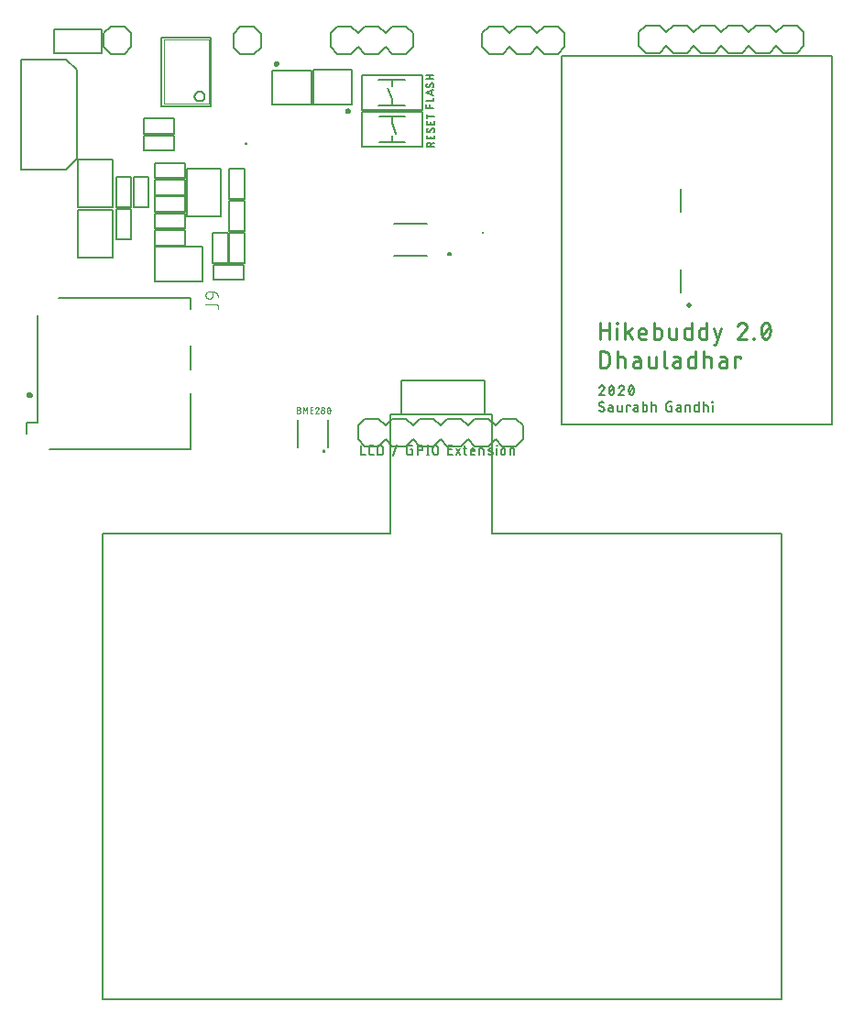
<source format=gbr>
G04 EAGLE Gerber RS-274X export*
G75*
%MOMM*%
%FSLAX34Y34*%
%LPD*%
%INSilkscreen Top*%
%IPPOS*%
%AMOC8*
5,1,8,0,0,1.08239X$1,22.5*%
G01*
%ADD10C,0.279400*%
%ADD11C,0.152400*%
%ADD12C,0.050800*%
%ADD13C,0.127000*%
%ADD14C,0.200000*%
%ADD15C,0.500000*%
%ADD16C,0.203200*%
%ADD17C,0.200000*%
%ADD18C,0.300000*%
%ADD19C,0.101600*%

G36*
X237150Y360619D02*
X237150Y360619D01*
X237193Y360633D01*
X237310Y360662D01*
X237793Y360862D01*
X237830Y360886D01*
X237936Y360945D01*
X238350Y361263D01*
X238381Y361296D01*
X238467Y361380D01*
X238785Y361794D01*
X238806Y361834D01*
X238868Y361937D01*
X239068Y362420D01*
X239077Y362463D01*
X239111Y362580D01*
X239179Y363097D01*
X239177Y363142D01*
X239179Y363263D01*
X239111Y363780D01*
X239097Y363823D01*
X239095Y363832D01*
X239094Y363848D01*
X239085Y363870D01*
X239068Y363940D01*
X238868Y364423D01*
X238844Y364460D01*
X238785Y364566D01*
X238467Y364980D01*
X238434Y365011D01*
X238350Y365097D01*
X237936Y365415D01*
X237896Y365436D01*
X237793Y365498D01*
X237310Y365698D01*
X237267Y365707D01*
X237150Y365741D01*
X236633Y365809D01*
X236588Y365807D01*
X236467Y365809D01*
X235950Y365741D01*
X235907Y365727D01*
X235790Y365698D01*
X235307Y365498D01*
X235270Y365474D01*
X235164Y365415D01*
X234750Y365097D01*
X234719Y365064D01*
X234633Y364980D01*
X234315Y364566D01*
X234294Y364526D01*
X234232Y364423D01*
X234032Y363940D01*
X234023Y363897D01*
X233989Y363780D01*
X233921Y363263D01*
X233923Y363218D01*
X233921Y363097D01*
X233989Y362580D01*
X234003Y362537D01*
X234032Y362420D01*
X234232Y361937D01*
X234256Y361900D01*
X234315Y361794D01*
X234633Y361380D01*
X234666Y361349D01*
X234750Y361263D01*
X235164Y360945D01*
X235204Y360924D01*
X235307Y360862D01*
X235790Y360662D01*
X235833Y360653D01*
X235950Y360619D01*
X236467Y360551D01*
X236512Y360553D01*
X236633Y360551D01*
X237150Y360619D01*
G37*
G36*
X303150Y316759D02*
X303150Y316759D01*
X303193Y316773D01*
X303310Y316802D01*
X303793Y317002D01*
X303830Y317026D01*
X303936Y317085D01*
X304350Y317403D01*
X304381Y317436D01*
X304467Y317520D01*
X304785Y317934D01*
X304806Y317974D01*
X304868Y318077D01*
X305068Y318560D01*
X305077Y318603D01*
X305111Y318720D01*
X305179Y319237D01*
X305177Y319282D01*
X305179Y319403D01*
X305111Y319920D01*
X305097Y319963D01*
X305095Y319972D01*
X305094Y319988D01*
X305085Y320010D01*
X305068Y320080D01*
X304868Y320563D01*
X304844Y320600D01*
X304785Y320706D01*
X304467Y321120D01*
X304434Y321151D01*
X304350Y321237D01*
X303936Y321555D01*
X303896Y321576D01*
X303793Y321638D01*
X303310Y321838D01*
X303267Y321847D01*
X303150Y321881D01*
X302633Y321949D01*
X302588Y321947D01*
X302467Y321949D01*
X301950Y321881D01*
X301907Y321867D01*
X301790Y321838D01*
X301307Y321638D01*
X301270Y321614D01*
X301164Y321555D01*
X300750Y321237D01*
X300719Y321204D01*
X300633Y321120D01*
X300315Y320706D01*
X300294Y320666D01*
X300232Y320563D01*
X300032Y320080D01*
X300023Y320037D01*
X299989Y319920D01*
X299921Y319403D01*
X299923Y319358D01*
X299921Y319237D01*
X299989Y318720D01*
X300003Y318677D01*
X300032Y318560D01*
X300232Y318077D01*
X300256Y318040D01*
X300315Y317934D01*
X300633Y317520D01*
X300666Y317489D01*
X300750Y317403D01*
X301164Y317085D01*
X301204Y317064D01*
X301307Y317002D01*
X301790Y316802D01*
X301833Y316793D01*
X301950Y316759D01*
X302467Y316691D01*
X302512Y316693D01*
X302633Y316691D01*
X303150Y316759D01*
G37*
D10*
X535397Y109067D02*
X535397Y124053D01*
X535397Y117393D02*
X543723Y117393D01*
X543723Y124053D02*
X543723Y109067D01*
X551023Y109067D02*
X551023Y119058D01*
X550606Y123220D02*
X550606Y124053D01*
X551439Y124053D01*
X551439Y123220D01*
X550606Y123220D01*
X558368Y124053D02*
X558368Y109067D01*
X558368Y114062D02*
X565028Y119058D01*
X561282Y116144D02*
X565028Y109067D01*
X573637Y109067D02*
X577800Y109067D01*
X573637Y109067D02*
X573539Y109069D01*
X573441Y109075D01*
X573343Y109084D01*
X573246Y109098D01*
X573150Y109115D01*
X573054Y109136D01*
X572959Y109161D01*
X572865Y109189D01*
X572772Y109221D01*
X572681Y109257D01*
X572591Y109296D01*
X572503Y109339D01*
X572416Y109386D01*
X572332Y109435D01*
X572249Y109488D01*
X572169Y109544D01*
X572091Y109603D01*
X572015Y109666D01*
X571941Y109731D01*
X571871Y109799D01*
X571803Y109869D01*
X571738Y109943D01*
X571675Y110019D01*
X571616Y110097D01*
X571560Y110177D01*
X571507Y110260D01*
X571458Y110344D01*
X571411Y110431D01*
X571368Y110519D01*
X571329Y110609D01*
X571293Y110700D01*
X571261Y110793D01*
X571233Y110887D01*
X571208Y110982D01*
X571187Y111078D01*
X571170Y111174D01*
X571156Y111271D01*
X571147Y111369D01*
X571141Y111467D01*
X571139Y111565D01*
X571139Y115727D01*
X571140Y115727D02*
X571142Y115841D01*
X571148Y115954D01*
X571157Y116068D01*
X571171Y116180D01*
X571188Y116293D01*
X571210Y116405D01*
X571235Y116515D01*
X571263Y116625D01*
X571296Y116734D01*
X571332Y116842D01*
X571372Y116949D01*
X571416Y117054D01*
X571463Y117157D01*
X571513Y117259D01*
X571567Y117359D01*
X571625Y117457D01*
X571686Y117553D01*
X571749Y117647D01*
X571817Y117739D01*
X571887Y117829D01*
X571960Y117915D01*
X572036Y118000D01*
X572115Y118082D01*
X572197Y118161D01*
X572282Y118237D01*
X572368Y118310D01*
X572458Y118380D01*
X572550Y118448D01*
X572644Y118511D01*
X572740Y118572D01*
X572838Y118630D01*
X572938Y118684D01*
X573040Y118734D01*
X573143Y118781D01*
X573248Y118825D01*
X573355Y118865D01*
X573463Y118901D01*
X573572Y118934D01*
X573682Y118962D01*
X573792Y118987D01*
X573904Y119009D01*
X574017Y119026D01*
X574129Y119040D01*
X574243Y119049D01*
X574356Y119055D01*
X574470Y119057D01*
X574584Y119055D01*
X574697Y119049D01*
X574811Y119040D01*
X574923Y119026D01*
X575036Y119009D01*
X575148Y118987D01*
X575258Y118962D01*
X575368Y118934D01*
X575477Y118901D01*
X575585Y118865D01*
X575692Y118825D01*
X575797Y118781D01*
X575900Y118734D01*
X576002Y118684D01*
X576102Y118630D01*
X576200Y118572D01*
X576296Y118511D01*
X576390Y118448D01*
X576482Y118380D01*
X576572Y118310D01*
X576658Y118237D01*
X576743Y118161D01*
X576825Y118082D01*
X576904Y118000D01*
X576980Y117915D01*
X577053Y117829D01*
X577123Y117739D01*
X577191Y117647D01*
X577254Y117553D01*
X577315Y117457D01*
X577373Y117359D01*
X577427Y117259D01*
X577477Y117157D01*
X577524Y117054D01*
X577568Y116949D01*
X577608Y116842D01*
X577644Y116734D01*
X577677Y116625D01*
X577705Y116515D01*
X577730Y116405D01*
X577752Y116293D01*
X577769Y116180D01*
X577783Y116068D01*
X577792Y115954D01*
X577798Y115841D01*
X577800Y115727D01*
X577800Y114062D01*
X571139Y114062D01*
X585318Y109067D02*
X585318Y124053D01*
X585318Y109067D02*
X589481Y109067D01*
X589579Y109069D01*
X589677Y109075D01*
X589775Y109084D01*
X589872Y109098D01*
X589968Y109115D01*
X590064Y109136D01*
X590159Y109161D01*
X590253Y109189D01*
X590346Y109221D01*
X590437Y109257D01*
X590527Y109296D01*
X590615Y109339D01*
X590702Y109386D01*
X590786Y109435D01*
X590869Y109488D01*
X590949Y109544D01*
X591027Y109603D01*
X591103Y109665D01*
X591177Y109731D01*
X591247Y109799D01*
X591315Y109869D01*
X591380Y109943D01*
X591443Y110018D01*
X591502Y110097D01*
X591558Y110177D01*
X591611Y110260D01*
X591660Y110344D01*
X591707Y110431D01*
X591750Y110519D01*
X591789Y110609D01*
X591825Y110700D01*
X591857Y110793D01*
X591885Y110887D01*
X591910Y110982D01*
X591931Y111078D01*
X591948Y111174D01*
X591962Y111271D01*
X591971Y111369D01*
X591977Y111467D01*
X591979Y111565D01*
X591978Y111565D02*
X591978Y116560D01*
X591979Y116560D02*
X591977Y116658D01*
X591971Y116756D01*
X591962Y116854D01*
X591948Y116951D01*
X591931Y117047D01*
X591910Y117143D01*
X591885Y117238D01*
X591857Y117332D01*
X591825Y117425D01*
X591789Y117516D01*
X591750Y117606D01*
X591707Y117694D01*
X591660Y117781D01*
X591611Y117865D01*
X591558Y117948D01*
X591502Y118028D01*
X591443Y118107D01*
X591380Y118182D01*
X591315Y118256D01*
X591247Y118326D01*
X591177Y118394D01*
X591103Y118460D01*
X591027Y118522D01*
X590949Y118581D01*
X590869Y118637D01*
X590786Y118690D01*
X590702Y118740D01*
X590615Y118786D01*
X590527Y118829D01*
X590437Y118868D01*
X590346Y118904D01*
X590253Y118936D01*
X590159Y118964D01*
X590064Y118989D01*
X589968Y119010D01*
X589872Y119027D01*
X589775Y119041D01*
X589677Y119050D01*
X589579Y119056D01*
X589481Y119058D01*
X585318Y119058D01*
X599275Y119058D02*
X599275Y111565D01*
X599277Y111467D01*
X599283Y111369D01*
X599292Y111271D01*
X599306Y111174D01*
X599323Y111078D01*
X599344Y110982D01*
X599369Y110887D01*
X599397Y110793D01*
X599429Y110700D01*
X599465Y110609D01*
X599504Y110519D01*
X599547Y110431D01*
X599594Y110344D01*
X599643Y110260D01*
X599696Y110177D01*
X599752Y110097D01*
X599811Y110019D01*
X599874Y109943D01*
X599939Y109869D01*
X600007Y109799D01*
X600077Y109731D01*
X600151Y109666D01*
X600227Y109603D01*
X600305Y109544D01*
X600385Y109488D01*
X600468Y109435D01*
X600552Y109386D01*
X600639Y109339D01*
X600727Y109296D01*
X600817Y109257D01*
X600908Y109221D01*
X601001Y109189D01*
X601095Y109161D01*
X601190Y109136D01*
X601286Y109115D01*
X601382Y109098D01*
X601479Y109084D01*
X601577Y109075D01*
X601675Y109069D01*
X601773Y109067D01*
X605936Y109067D01*
X605936Y119058D01*
X619894Y124053D02*
X619894Y109067D01*
X615731Y109067D01*
X615633Y109069D01*
X615535Y109075D01*
X615437Y109084D01*
X615340Y109098D01*
X615244Y109115D01*
X615148Y109136D01*
X615053Y109161D01*
X614959Y109189D01*
X614866Y109221D01*
X614775Y109257D01*
X614685Y109296D01*
X614597Y109339D01*
X614510Y109386D01*
X614426Y109435D01*
X614343Y109488D01*
X614263Y109544D01*
X614185Y109603D01*
X614109Y109666D01*
X614035Y109731D01*
X613965Y109799D01*
X613897Y109869D01*
X613832Y109943D01*
X613769Y110019D01*
X613710Y110097D01*
X613654Y110177D01*
X613601Y110260D01*
X613552Y110344D01*
X613505Y110431D01*
X613462Y110519D01*
X613423Y110609D01*
X613387Y110700D01*
X613355Y110793D01*
X613327Y110887D01*
X613302Y110982D01*
X613281Y111078D01*
X613264Y111174D01*
X613250Y111271D01*
X613241Y111369D01*
X613235Y111467D01*
X613233Y111565D01*
X613233Y116560D01*
X613235Y116658D01*
X613241Y116756D01*
X613250Y116854D01*
X613264Y116951D01*
X613281Y117047D01*
X613302Y117143D01*
X613327Y117238D01*
X613355Y117332D01*
X613387Y117425D01*
X613423Y117516D01*
X613462Y117606D01*
X613505Y117694D01*
X613552Y117781D01*
X613601Y117865D01*
X613654Y117948D01*
X613710Y118028D01*
X613769Y118107D01*
X613832Y118182D01*
X613897Y118256D01*
X613965Y118326D01*
X614035Y118394D01*
X614109Y118460D01*
X614185Y118522D01*
X614263Y118581D01*
X614343Y118637D01*
X614426Y118690D01*
X614510Y118740D01*
X614597Y118786D01*
X614685Y118829D01*
X614775Y118868D01*
X614866Y118904D01*
X614959Y118936D01*
X615053Y118964D01*
X615148Y118989D01*
X615244Y119010D01*
X615340Y119027D01*
X615437Y119041D01*
X615535Y119050D01*
X615633Y119056D01*
X615731Y119058D01*
X619894Y119058D01*
X633962Y124053D02*
X633962Y109067D01*
X629799Y109067D01*
X629701Y109069D01*
X629603Y109075D01*
X629505Y109084D01*
X629408Y109098D01*
X629312Y109115D01*
X629216Y109136D01*
X629121Y109161D01*
X629027Y109189D01*
X628934Y109221D01*
X628843Y109257D01*
X628753Y109296D01*
X628665Y109339D01*
X628578Y109386D01*
X628494Y109435D01*
X628411Y109488D01*
X628331Y109544D01*
X628253Y109603D01*
X628177Y109666D01*
X628103Y109731D01*
X628033Y109799D01*
X627965Y109869D01*
X627900Y109943D01*
X627837Y110019D01*
X627778Y110097D01*
X627722Y110177D01*
X627669Y110260D01*
X627620Y110344D01*
X627573Y110431D01*
X627530Y110519D01*
X627491Y110609D01*
X627455Y110700D01*
X627423Y110793D01*
X627395Y110887D01*
X627370Y110982D01*
X627349Y111078D01*
X627332Y111174D01*
X627318Y111271D01*
X627309Y111369D01*
X627303Y111467D01*
X627301Y111565D01*
X627301Y116560D01*
X627303Y116658D01*
X627309Y116756D01*
X627318Y116854D01*
X627332Y116951D01*
X627349Y117047D01*
X627370Y117143D01*
X627395Y117238D01*
X627423Y117332D01*
X627455Y117425D01*
X627491Y117516D01*
X627530Y117606D01*
X627573Y117694D01*
X627620Y117781D01*
X627669Y117865D01*
X627722Y117948D01*
X627778Y118028D01*
X627837Y118107D01*
X627900Y118182D01*
X627965Y118256D01*
X628033Y118326D01*
X628103Y118394D01*
X628177Y118460D01*
X628253Y118522D01*
X628331Y118581D01*
X628411Y118637D01*
X628494Y118690D01*
X628578Y118740D01*
X628665Y118786D01*
X628753Y118829D01*
X628843Y118868D01*
X628934Y118904D01*
X629027Y118936D01*
X629121Y118964D01*
X629216Y118989D01*
X629312Y119010D01*
X629408Y119027D01*
X629505Y119041D01*
X629603Y119050D01*
X629701Y119056D01*
X629799Y119058D01*
X633962Y119058D01*
X640959Y104072D02*
X642624Y104072D01*
X647619Y119058D01*
X640959Y119058D02*
X644289Y109067D01*
X667110Y124054D02*
X667230Y124052D01*
X667350Y124046D01*
X667470Y124037D01*
X667589Y124023D01*
X667708Y124006D01*
X667826Y123985D01*
X667944Y123960D01*
X668060Y123931D01*
X668176Y123899D01*
X668291Y123863D01*
X668404Y123823D01*
X668516Y123780D01*
X668627Y123733D01*
X668736Y123683D01*
X668843Y123629D01*
X668949Y123572D01*
X669052Y123511D01*
X669154Y123447D01*
X669254Y123380D01*
X669351Y123310D01*
X669446Y123237D01*
X669539Y123160D01*
X669629Y123081D01*
X669717Y122999D01*
X669802Y122914D01*
X669884Y122826D01*
X669963Y122736D01*
X670040Y122643D01*
X670113Y122548D01*
X670183Y122451D01*
X670250Y122351D01*
X670314Y122249D01*
X670375Y122146D01*
X670432Y122040D01*
X670486Y121933D01*
X670536Y121824D01*
X670583Y121713D01*
X670626Y121601D01*
X670666Y121488D01*
X670702Y121373D01*
X670734Y121257D01*
X670763Y121141D01*
X670788Y121023D01*
X670809Y120905D01*
X670826Y120786D01*
X670840Y120667D01*
X670849Y120547D01*
X670855Y120427D01*
X670857Y120307D01*
X667110Y124053D02*
X666972Y124051D01*
X666835Y124045D01*
X666698Y124035D01*
X666561Y124022D01*
X666425Y124004D01*
X666289Y123982D01*
X666153Y123957D01*
X666019Y123928D01*
X665886Y123895D01*
X665753Y123858D01*
X665622Y123817D01*
X665491Y123773D01*
X665363Y123725D01*
X665235Y123673D01*
X665109Y123617D01*
X664985Y123558D01*
X664862Y123496D01*
X664742Y123430D01*
X664623Y123361D01*
X664506Y123288D01*
X664392Y123212D01*
X664279Y123132D01*
X664169Y123050D01*
X664061Y122964D01*
X663956Y122876D01*
X663854Y122784D01*
X663754Y122690D01*
X663656Y122592D01*
X663562Y122492D01*
X663471Y122389D01*
X663382Y122284D01*
X663297Y122176D01*
X663214Y122066D01*
X663135Y121954D01*
X663059Y121839D01*
X662986Y121722D01*
X662917Y121603D01*
X662851Y121483D01*
X662789Y121360D01*
X662730Y121236D01*
X662675Y121110D01*
X662623Y120982D01*
X662575Y120853D01*
X662531Y120723D01*
X669607Y117393D02*
X669697Y117481D01*
X669783Y117572D01*
X669867Y117665D01*
X669948Y117761D01*
X670026Y117859D01*
X670100Y117959D01*
X670172Y118062D01*
X670240Y118167D01*
X670305Y118275D01*
X670367Y118384D01*
X670425Y118495D01*
X670480Y118608D01*
X670531Y118722D01*
X670578Y118838D01*
X670622Y118955D01*
X670662Y119074D01*
X670699Y119194D01*
X670732Y119315D01*
X670761Y119437D01*
X670786Y119559D01*
X670807Y119683D01*
X670825Y119807D01*
X670838Y119932D01*
X670848Y120057D01*
X670854Y120182D01*
X670856Y120307D01*
X669608Y117393D02*
X662531Y109067D01*
X670856Y109067D01*
X677219Y109067D02*
X677219Y109900D01*
X678052Y109900D01*
X678052Y109067D01*
X677219Y109067D01*
X684414Y116560D02*
X684418Y116855D01*
X684428Y117149D01*
X684446Y117444D01*
X684470Y117738D01*
X684502Y118031D01*
X684540Y118323D01*
X684586Y118614D01*
X684639Y118904D01*
X684698Y119193D01*
X684764Y119480D01*
X684837Y119766D01*
X684917Y120050D01*
X685004Y120332D01*
X685097Y120611D01*
X685197Y120889D01*
X685304Y121163D01*
X685417Y121436D01*
X685537Y121705D01*
X685663Y121972D01*
X685701Y122075D01*
X685742Y122176D01*
X685786Y122275D01*
X685834Y122374D01*
X685885Y122470D01*
X685940Y122564D01*
X685998Y122657D01*
X686059Y122747D01*
X686124Y122835D01*
X686191Y122921D01*
X686262Y123004D01*
X686335Y123085D01*
X686411Y123163D01*
X686490Y123239D01*
X686572Y123311D01*
X686656Y123381D01*
X686743Y123447D01*
X686831Y123511D01*
X686922Y123571D01*
X687016Y123628D01*
X687111Y123682D01*
X687208Y123732D01*
X687306Y123779D01*
X687406Y123822D01*
X687508Y123862D01*
X687611Y123898D01*
X687715Y123930D01*
X687821Y123959D01*
X687927Y123984D01*
X688034Y124005D01*
X688142Y124022D01*
X688250Y124036D01*
X688359Y124045D01*
X688468Y124051D01*
X688577Y124053D01*
X688686Y124051D01*
X688795Y124045D01*
X688904Y124036D01*
X689012Y124022D01*
X689120Y124005D01*
X689227Y123984D01*
X689333Y123959D01*
X689439Y123930D01*
X689543Y123898D01*
X689646Y123862D01*
X689748Y123822D01*
X689848Y123779D01*
X689946Y123732D01*
X690043Y123682D01*
X690138Y123628D01*
X690232Y123571D01*
X690323Y123511D01*
X690411Y123447D01*
X690498Y123381D01*
X690582Y123311D01*
X690664Y123239D01*
X690743Y123163D01*
X690819Y123085D01*
X690892Y123004D01*
X690963Y122921D01*
X691030Y122835D01*
X691095Y122747D01*
X691156Y122657D01*
X691214Y122564D01*
X691269Y122470D01*
X691320Y122374D01*
X691368Y122275D01*
X691412Y122176D01*
X691453Y122075D01*
X691491Y121972D01*
X691617Y121705D01*
X691737Y121436D01*
X691850Y121163D01*
X691957Y120889D01*
X692057Y120611D01*
X692150Y120332D01*
X692237Y120050D01*
X692317Y119766D01*
X692390Y119480D01*
X692456Y119193D01*
X692515Y118904D01*
X692568Y118614D01*
X692614Y118323D01*
X692652Y118031D01*
X692684Y117738D01*
X692708Y117444D01*
X692726Y117149D01*
X692736Y116855D01*
X692740Y116560D01*
X684414Y116560D02*
X684418Y116265D01*
X684428Y115971D01*
X684446Y115676D01*
X684470Y115382D01*
X684502Y115089D01*
X684540Y114797D01*
X684586Y114506D01*
X684639Y114216D01*
X684698Y113927D01*
X684764Y113640D01*
X684837Y113354D01*
X684917Y113070D01*
X685004Y112788D01*
X685097Y112509D01*
X685197Y112231D01*
X685304Y111957D01*
X685417Y111684D01*
X685537Y111415D01*
X685663Y111148D01*
X685701Y111045D01*
X685742Y110944D01*
X685786Y110845D01*
X685834Y110746D01*
X685885Y110650D01*
X685940Y110556D01*
X685998Y110463D01*
X686059Y110373D01*
X686124Y110285D01*
X686191Y110199D01*
X686262Y110116D01*
X686335Y110035D01*
X686411Y109957D01*
X686490Y109881D01*
X686572Y109809D01*
X686656Y109739D01*
X686743Y109673D01*
X686831Y109609D01*
X686922Y109549D01*
X687016Y109492D01*
X687111Y109438D01*
X687208Y109388D01*
X687306Y109341D01*
X687406Y109298D01*
X687508Y109258D01*
X687611Y109222D01*
X687715Y109190D01*
X687821Y109161D01*
X687927Y109136D01*
X688034Y109115D01*
X688142Y109098D01*
X688250Y109084D01*
X688359Y109075D01*
X688468Y109069D01*
X688577Y109067D01*
X691491Y111148D02*
X691617Y111415D01*
X691737Y111684D01*
X691850Y111957D01*
X691957Y112231D01*
X692057Y112509D01*
X692150Y112788D01*
X692237Y113070D01*
X692317Y113354D01*
X692390Y113640D01*
X692456Y113927D01*
X692515Y114216D01*
X692568Y114506D01*
X692614Y114797D01*
X692652Y115089D01*
X692684Y115382D01*
X692708Y115676D01*
X692726Y115971D01*
X692736Y116265D01*
X692740Y116560D01*
X691491Y111148D02*
X691453Y111045D01*
X691412Y110944D01*
X691368Y110845D01*
X691320Y110746D01*
X691269Y110650D01*
X691214Y110556D01*
X691156Y110463D01*
X691095Y110373D01*
X691030Y110285D01*
X690963Y110199D01*
X690892Y110116D01*
X690819Y110035D01*
X690743Y109957D01*
X690664Y109881D01*
X690582Y109809D01*
X690498Y109739D01*
X690411Y109673D01*
X690323Y109609D01*
X690231Y109549D01*
X690138Y109492D01*
X690043Y109438D01*
X689946Y109388D01*
X689848Y109341D01*
X689748Y109298D01*
X689646Y109258D01*
X689543Y109222D01*
X689439Y109190D01*
X689333Y109161D01*
X689227Y109136D01*
X689120Y109115D01*
X689012Y109098D01*
X688904Y109084D01*
X688795Y109075D01*
X688686Y109069D01*
X688577Y109067D01*
X685247Y112397D02*
X691908Y120723D01*
X535397Y97383D02*
X535397Y82397D01*
X535397Y97383D02*
X539560Y97383D01*
X539688Y97381D01*
X539816Y97375D01*
X539944Y97365D01*
X540072Y97351D01*
X540199Y97334D01*
X540325Y97312D01*
X540451Y97287D01*
X540575Y97257D01*
X540699Y97224D01*
X540822Y97187D01*
X540944Y97146D01*
X541064Y97102D01*
X541183Y97054D01*
X541300Y97002D01*
X541416Y96947D01*
X541529Y96888D01*
X541642Y96825D01*
X541752Y96759D01*
X541859Y96690D01*
X541965Y96618D01*
X542069Y96542D01*
X542170Y96463D01*
X542269Y96381D01*
X542365Y96296D01*
X542458Y96209D01*
X542549Y96118D01*
X542636Y96025D01*
X542721Y95929D01*
X542803Y95830D01*
X542882Y95729D01*
X542958Y95625D01*
X543030Y95519D01*
X543099Y95412D01*
X543165Y95302D01*
X543228Y95189D01*
X543287Y95076D01*
X543342Y94960D01*
X543394Y94843D01*
X543442Y94724D01*
X543486Y94604D01*
X543527Y94482D01*
X543564Y94359D01*
X543597Y94235D01*
X543627Y94111D01*
X543652Y93985D01*
X543674Y93859D01*
X543691Y93732D01*
X543705Y93604D01*
X543715Y93476D01*
X543721Y93348D01*
X543723Y93220D01*
X543723Y86560D01*
X543721Y86432D01*
X543715Y86304D01*
X543705Y86176D01*
X543691Y86048D01*
X543674Y85921D01*
X543652Y85795D01*
X543627Y85669D01*
X543597Y85545D01*
X543564Y85421D01*
X543527Y85298D01*
X543486Y85176D01*
X543442Y85056D01*
X543394Y84937D01*
X543342Y84820D01*
X543287Y84704D01*
X543228Y84591D01*
X543165Y84478D01*
X543099Y84368D01*
X543030Y84261D01*
X542958Y84155D01*
X542882Y84051D01*
X542803Y83950D01*
X542721Y83851D01*
X542636Y83755D01*
X542549Y83662D01*
X542458Y83571D01*
X542365Y83484D01*
X542269Y83399D01*
X542170Y83317D01*
X542069Y83238D01*
X541965Y83162D01*
X541859Y83090D01*
X541752Y83021D01*
X541642Y82955D01*
X541529Y82892D01*
X541416Y82833D01*
X541300Y82778D01*
X541183Y82726D01*
X541064Y82678D01*
X540944Y82634D01*
X540822Y82593D01*
X540699Y82556D01*
X540575Y82523D01*
X540451Y82493D01*
X540325Y82468D01*
X540199Y82446D01*
X540072Y82429D01*
X539944Y82415D01*
X539816Y82405D01*
X539688Y82399D01*
X539560Y82397D01*
X535397Y82397D01*
X551861Y82397D02*
X551861Y97383D01*
X551861Y92388D02*
X556024Y92388D01*
X556122Y92386D01*
X556220Y92380D01*
X556318Y92371D01*
X556415Y92357D01*
X556511Y92340D01*
X556607Y92319D01*
X556702Y92294D01*
X556796Y92266D01*
X556889Y92234D01*
X556980Y92198D01*
X557070Y92159D01*
X557158Y92116D01*
X557245Y92070D01*
X557329Y92020D01*
X557412Y91967D01*
X557492Y91911D01*
X557570Y91852D01*
X557646Y91790D01*
X557720Y91724D01*
X557790Y91656D01*
X557858Y91586D01*
X557923Y91512D01*
X557986Y91437D01*
X558045Y91358D01*
X558101Y91278D01*
X558154Y91195D01*
X558203Y91111D01*
X558250Y91024D01*
X558293Y90936D01*
X558332Y90846D01*
X558368Y90755D01*
X558400Y90662D01*
X558428Y90568D01*
X558453Y90473D01*
X558474Y90377D01*
X558491Y90281D01*
X558505Y90184D01*
X558514Y90086D01*
X558520Y89988D01*
X558522Y89890D01*
X558521Y89890D02*
X558521Y82397D01*
X568732Y88225D02*
X572479Y88225D01*
X568732Y88225D02*
X568626Y88223D01*
X568519Y88217D01*
X568413Y88208D01*
X568308Y88194D01*
X568203Y88177D01*
X568098Y88155D01*
X567995Y88130D01*
X567892Y88101D01*
X567791Y88069D01*
X567691Y88033D01*
X567592Y87993D01*
X567495Y87949D01*
X567400Y87903D01*
X567306Y87852D01*
X567214Y87798D01*
X567124Y87741D01*
X567036Y87681D01*
X566951Y87617D01*
X566868Y87551D01*
X566787Y87481D01*
X566709Y87409D01*
X566634Y87334D01*
X566562Y87256D01*
X566492Y87175D01*
X566426Y87092D01*
X566362Y87007D01*
X566302Y86919D01*
X566245Y86829D01*
X566191Y86737D01*
X566140Y86643D01*
X566094Y86548D01*
X566050Y86451D01*
X566010Y86352D01*
X565974Y86252D01*
X565942Y86151D01*
X565913Y86048D01*
X565888Y85945D01*
X565866Y85840D01*
X565849Y85735D01*
X565835Y85630D01*
X565826Y85524D01*
X565820Y85417D01*
X565818Y85311D01*
X565820Y85205D01*
X565826Y85098D01*
X565835Y84992D01*
X565849Y84887D01*
X565866Y84782D01*
X565888Y84677D01*
X565913Y84574D01*
X565942Y84471D01*
X565974Y84370D01*
X566010Y84270D01*
X566050Y84171D01*
X566094Y84074D01*
X566140Y83979D01*
X566191Y83885D01*
X566245Y83793D01*
X566302Y83703D01*
X566362Y83615D01*
X566426Y83530D01*
X566492Y83447D01*
X566562Y83366D01*
X566634Y83288D01*
X566709Y83213D01*
X566787Y83141D01*
X566868Y83071D01*
X566951Y83005D01*
X567036Y82941D01*
X567124Y82881D01*
X567214Y82824D01*
X567306Y82770D01*
X567400Y82719D01*
X567495Y82673D01*
X567592Y82629D01*
X567691Y82589D01*
X567791Y82553D01*
X567892Y82521D01*
X567995Y82492D01*
X568098Y82467D01*
X568203Y82445D01*
X568308Y82428D01*
X568413Y82414D01*
X568519Y82405D01*
X568626Y82399D01*
X568732Y82397D01*
X572479Y82397D01*
X572479Y89890D01*
X572477Y89988D01*
X572471Y90086D01*
X572462Y90184D01*
X572448Y90281D01*
X572431Y90377D01*
X572410Y90473D01*
X572385Y90568D01*
X572357Y90662D01*
X572325Y90755D01*
X572289Y90846D01*
X572250Y90936D01*
X572207Y91024D01*
X572160Y91111D01*
X572111Y91195D01*
X572058Y91278D01*
X572002Y91358D01*
X571943Y91437D01*
X571880Y91512D01*
X571815Y91586D01*
X571747Y91656D01*
X571677Y91724D01*
X571603Y91790D01*
X571527Y91852D01*
X571449Y91911D01*
X571369Y91967D01*
X571286Y92020D01*
X571202Y92070D01*
X571115Y92116D01*
X571027Y92159D01*
X570937Y92198D01*
X570846Y92234D01*
X570753Y92266D01*
X570659Y92294D01*
X570564Y92319D01*
X570468Y92340D01*
X570372Y92357D01*
X570275Y92371D01*
X570177Y92380D01*
X570079Y92386D01*
X569981Y92388D01*
X566651Y92388D01*
X580518Y92388D02*
X580518Y84895D01*
X580520Y84797D01*
X580526Y84699D01*
X580535Y84601D01*
X580549Y84504D01*
X580566Y84408D01*
X580587Y84312D01*
X580612Y84217D01*
X580640Y84123D01*
X580672Y84030D01*
X580708Y83939D01*
X580747Y83849D01*
X580790Y83761D01*
X580837Y83674D01*
X580886Y83590D01*
X580939Y83507D01*
X580995Y83427D01*
X581054Y83349D01*
X581117Y83273D01*
X581182Y83199D01*
X581250Y83129D01*
X581320Y83061D01*
X581394Y82996D01*
X581470Y82933D01*
X581548Y82874D01*
X581628Y82818D01*
X581711Y82765D01*
X581795Y82716D01*
X581882Y82669D01*
X581970Y82626D01*
X582060Y82587D01*
X582151Y82551D01*
X582244Y82519D01*
X582338Y82491D01*
X582433Y82466D01*
X582529Y82445D01*
X582625Y82428D01*
X582722Y82414D01*
X582820Y82405D01*
X582918Y82399D01*
X583016Y82397D01*
X587178Y82397D01*
X587178Y92388D01*
X594679Y97383D02*
X594679Y84895D01*
X594678Y84895D02*
X594680Y84797D01*
X594686Y84699D01*
X594695Y84601D01*
X594709Y84504D01*
X594726Y84408D01*
X594747Y84312D01*
X594772Y84217D01*
X594800Y84123D01*
X594832Y84030D01*
X594868Y83939D01*
X594907Y83849D01*
X594950Y83761D01*
X594997Y83674D01*
X595046Y83590D01*
X595099Y83507D01*
X595155Y83427D01*
X595214Y83349D01*
X595277Y83273D01*
X595342Y83199D01*
X595410Y83129D01*
X595480Y83061D01*
X595554Y82996D01*
X595630Y82933D01*
X595708Y82874D01*
X595788Y82818D01*
X595871Y82765D01*
X595955Y82716D01*
X596042Y82669D01*
X596130Y82626D01*
X596220Y82587D01*
X596311Y82551D01*
X596404Y82519D01*
X596498Y82491D01*
X596593Y82466D01*
X596689Y82445D01*
X596785Y82428D01*
X596882Y82414D01*
X596980Y82405D01*
X597078Y82399D01*
X597176Y82397D01*
X605726Y88225D02*
X609473Y88225D01*
X605726Y88225D02*
X605620Y88223D01*
X605513Y88217D01*
X605407Y88208D01*
X605302Y88194D01*
X605197Y88177D01*
X605092Y88155D01*
X604989Y88130D01*
X604886Y88101D01*
X604785Y88069D01*
X604685Y88033D01*
X604586Y87993D01*
X604489Y87949D01*
X604394Y87903D01*
X604300Y87852D01*
X604208Y87798D01*
X604118Y87741D01*
X604030Y87681D01*
X603945Y87617D01*
X603862Y87551D01*
X603781Y87481D01*
X603703Y87409D01*
X603628Y87334D01*
X603556Y87256D01*
X603486Y87175D01*
X603420Y87092D01*
X603356Y87007D01*
X603296Y86919D01*
X603239Y86829D01*
X603185Y86737D01*
X603134Y86643D01*
X603088Y86548D01*
X603044Y86451D01*
X603004Y86352D01*
X602968Y86252D01*
X602936Y86151D01*
X602907Y86048D01*
X602882Y85945D01*
X602860Y85840D01*
X602843Y85735D01*
X602829Y85630D01*
X602820Y85524D01*
X602814Y85417D01*
X602812Y85311D01*
X602814Y85205D01*
X602820Y85098D01*
X602829Y84992D01*
X602843Y84887D01*
X602860Y84782D01*
X602882Y84677D01*
X602907Y84574D01*
X602936Y84471D01*
X602968Y84370D01*
X603004Y84270D01*
X603044Y84171D01*
X603088Y84074D01*
X603134Y83979D01*
X603185Y83885D01*
X603239Y83793D01*
X603296Y83703D01*
X603356Y83615D01*
X603420Y83530D01*
X603486Y83447D01*
X603556Y83366D01*
X603628Y83288D01*
X603703Y83213D01*
X603781Y83141D01*
X603862Y83071D01*
X603945Y83005D01*
X604030Y82941D01*
X604118Y82881D01*
X604208Y82824D01*
X604300Y82770D01*
X604394Y82719D01*
X604489Y82673D01*
X604586Y82629D01*
X604685Y82589D01*
X604785Y82553D01*
X604886Y82521D01*
X604989Y82492D01*
X605092Y82467D01*
X605197Y82445D01*
X605302Y82428D01*
X605407Y82414D01*
X605513Y82405D01*
X605620Y82399D01*
X605726Y82397D01*
X609473Y82397D01*
X609473Y89890D01*
X609471Y89988D01*
X609465Y90086D01*
X609456Y90184D01*
X609442Y90281D01*
X609425Y90377D01*
X609404Y90473D01*
X609379Y90568D01*
X609351Y90662D01*
X609319Y90755D01*
X609283Y90846D01*
X609244Y90936D01*
X609201Y91024D01*
X609154Y91111D01*
X609105Y91195D01*
X609052Y91278D01*
X608996Y91358D01*
X608937Y91437D01*
X608874Y91512D01*
X608809Y91586D01*
X608741Y91656D01*
X608671Y91724D01*
X608597Y91790D01*
X608521Y91852D01*
X608443Y91911D01*
X608363Y91967D01*
X608280Y92020D01*
X608196Y92070D01*
X608109Y92116D01*
X608021Y92159D01*
X607931Y92198D01*
X607840Y92234D01*
X607747Y92266D01*
X607653Y92294D01*
X607558Y92319D01*
X607462Y92340D01*
X607366Y92357D01*
X607269Y92371D01*
X607171Y92380D01*
X607073Y92386D01*
X606975Y92388D01*
X603645Y92388D01*
X623541Y97383D02*
X623541Y82397D01*
X619378Y82397D01*
X619280Y82399D01*
X619182Y82405D01*
X619084Y82414D01*
X618987Y82428D01*
X618891Y82445D01*
X618795Y82466D01*
X618700Y82491D01*
X618606Y82519D01*
X618513Y82551D01*
X618422Y82587D01*
X618332Y82626D01*
X618244Y82669D01*
X618157Y82716D01*
X618073Y82765D01*
X617990Y82818D01*
X617910Y82874D01*
X617832Y82933D01*
X617756Y82996D01*
X617682Y83061D01*
X617612Y83129D01*
X617544Y83199D01*
X617479Y83273D01*
X617416Y83349D01*
X617357Y83427D01*
X617301Y83507D01*
X617248Y83590D01*
X617199Y83674D01*
X617152Y83761D01*
X617109Y83849D01*
X617070Y83939D01*
X617034Y84030D01*
X617002Y84123D01*
X616974Y84217D01*
X616949Y84312D01*
X616928Y84408D01*
X616911Y84504D01*
X616897Y84601D01*
X616888Y84699D01*
X616882Y84797D01*
X616880Y84895D01*
X616880Y89890D01*
X616882Y89988D01*
X616888Y90086D01*
X616897Y90184D01*
X616911Y90281D01*
X616928Y90377D01*
X616949Y90473D01*
X616974Y90568D01*
X617002Y90662D01*
X617034Y90755D01*
X617070Y90846D01*
X617109Y90936D01*
X617152Y91024D01*
X617199Y91111D01*
X617248Y91195D01*
X617301Y91278D01*
X617357Y91358D01*
X617416Y91437D01*
X617479Y91512D01*
X617544Y91586D01*
X617612Y91656D01*
X617682Y91724D01*
X617756Y91790D01*
X617832Y91852D01*
X617910Y91911D01*
X617990Y91967D01*
X618073Y92020D01*
X618157Y92070D01*
X618244Y92116D01*
X618332Y92159D01*
X618422Y92198D01*
X618513Y92234D01*
X618606Y92266D01*
X618700Y92294D01*
X618795Y92319D01*
X618891Y92340D01*
X618987Y92357D01*
X619084Y92371D01*
X619182Y92380D01*
X619280Y92386D01*
X619378Y92388D01*
X623541Y92388D01*
X631580Y97383D02*
X631580Y82397D01*
X631580Y92388D02*
X635743Y92388D01*
X635841Y92386D01*
X635939Y92380D01*
X636037Y92371D01*
X636134Y92357D01*
X636230Y92340D01*
X636326Y92319D01*
X636421Y92294D01*
X636515Y92266D01*
X636608Y92234D01*
X636699Y92198D01*
X636789Y92159D01*
X636877Y92116D01*
X636964Y92070D01*
X637048Y92020D01*
X637131Y91967D01*
X637211Y91911D01*
X637289Y91852D01*
X637365Y91790D01*
X637439Y91724D01*
X637509Y91656D01*
X637577Y91586D01*
X637642Y91512D01*
X637705Y91437D01*
X637764Y91358D01*
X637820Y91278D01*
X637873Y91195D01*
X637922Y91111D01*
X637969Y91024D01*
X638012Y90936D01*
X638051Y90846D01*
X638087Y90755D01*
X638119Y90662D01*
X638147Y90568D01*
X638172Y90473D01*
X638193Y90377D01*
X638210Y90281D01*
X638224Y90184D01*
X638233Y90086D01*
X638239Y89988D01*
X638241Y89890D01*
X638240Y89890D02*
X638240Y82397D01*
X648452Y88225D02*
X652198Y88225D01*
X648452Y88225D02*
X648346Y88223D01*
X648239Y88217D01*
X648133Y88208D01*
X648028Y88194D01*
X647923Y88177D01*
X647818Y88155D01*
X647715Y88130D01*
X647612Y88101D01*
X647511Y88069D01*
X647411Y88033D01*
X647312Y87993D01*
X647215Y87949D01*
X647120Y87903D01*
X647026Y87852D01*
X646934Y87798D01*
X646844Y87741D01*
X646756Y87681D01*
X646671Y87617D01*
X646588Y87551D01*
X646507Y87481D01*
X646429Y87409D01*
X646354Y87334D01*
X646282Y87256D01*
X646212Y87175D01*
X646146Y87092D01*
X646082Y87007D01*
X646022Y86919D01*
X645965Y86829D01*
X645911Y86737D01*
X645860Y86643D01*
X645814Y86548D01*
X645770Y86451D01*
X645730Y86352D01*
X645694Y86252D01*
X645662Y86151D01*
X645633Y86048D01*
X645608Y85945D01*
X645586Y85840D01*
X645569Y85735D01*
X645555Y85630D01*
X645546Y85524D01*
X645540Y85417D01*
X645538Y85311D01*
X645540Y85205D01*
X645546Y85098D01*
X645555Y84992D01*
X645569Y84887D01*
X645586Y84782D01*
X645608Y84677D01*
X645633Y84574D01*
X645662Y84471D01*
X645694Y84370D01*
X645730Y84270D01*
X645770Y84171D01*
X645814Y84074D01*
X645860Y83979D01*
X645911Y83885D01*
X645965Y83793D01*
X646022Y83703D01*
X646082Y83615D01*
X646146Y83530D01*
X646212Y83447D01*
X646282Y83366D01*
X646354Y83288D01*
X646429Y83213D01*
X646507Y83141D01*
X646588Y83071D01*
X646671Y83005D01*
X646756Y82941D01*
X646844Y82881D01*
X646934Y82824D01*
X647026Y82770D01*
X647120Y82719D01*
X647215Y82673D01*
X647312Y82629D01*
X647411Y82589D01*
X647511Y82553D01*
X647612Y82521D01*
X647715Y82492D01*
X647818Y82467D01*
X647923Y82445D01*
X648028Y82428D01*
X648133Y82414D01*
X648239Y82405D01*
X648346Y82399D01*
X648452Y82397D01*
X652198Y82397D01*
X652198Y89890D01*
X652196Y89988D01*
X652190Y90086D01*
X652181Y90184D01*
X652167Y90281D01*
X652150Y90377D01*
X652129Y90473D01*
X652104Y90568D01*
X652076Y90662D01*
X652044Y90755D01*
X652008Y90846D01*
X651969Y90936D01*
X651926Y91024D01*
X651879Y91111D01*
X651830Y91195D01*
X651777Y91278D01*
X651721Y91358D01*
X651662Y91437D01*
X651599Y91512D01*
X651534Y91586D01*
X651466Y91656D01*
X651396Y91724D01*
X651322Y91790D01*
X651246Y91852D01*
X651168Y91911D01*
X651088Y91967D01*
X651005Y92020D01*
X650921Y92070D01*
X650834Y92116D01*
X650746Y92159D01*
X650656Y92198D01*
X650565Y92234D01*
X650472Y92266D01*
X650378Y92294D01*
X650283Y92319D01*
X650187Y92340D01*
X650091Y92357D01*
X649994Y92371D01*
X649896Y92380D01*
X649798Y92386D01*
X649700Y92388D01*
X646370Y92388D01*
X660365Y92388D02*
X660365Y82397D01*
X660365Y92388D02*
X665361Y92388D01*
X665361Y90723D01*
D11*
X539460Y63979D02*
X539458Y64071D01*
X539452Y64162D01*
X539443Y64253D01*
X539429Y64344D01*
X539412Y64434D01*
X539390Y64523D01*
X539365Y64611D01*
X539337Y64698D01*
X539304Y64784D01*
X539268Y64868D01*
X539229Y64951D01*
X539186Y65032D01*
X539139Y65111D01*
X539090Y65188D01*
X539037Y65263D01*
X538981Y65335D01*
X538922Y65405D01*
X538860Y65473D01*
X538795Y65538D01*
X538727Y65600D01*
X538657Y65659D01*
X538585Y65715D01*
X538510Y65768D01*
X538433Y65817D01*
X538354Y65864D01*
X538273Y65907D01*
X538190Y65946D01*
X538106Y65982D01*
X538020Y66015D01*
X537933Y66043D01*
X537845Y66068D01*
X537756Y66090D01*
X537666Y66107D01*
X537575Y66121D01*
X537484Y66130D01*
X537393Y66136D01*
X537301Y66138D01*
X537198Y66136D01*
X537096Y66130D01*
X536994Y66121D01*
X536892Y66108D01*
X536791Y66091D01*
X536690Y66070D01*
X536591Y66046D01*
X536492Y66017D01*
X536395Y65986D01*
X536298Y65950D01*
X536203Y65912D01*
X536110Y65869D01*
X536018Y65823D01*
X535928Y65774D01*
X535840Y65722D01*
X535753Y65666D01*
X535669Y65607D01*
X535588Y65546D01*
X535508Y65481D01*
X535431Y65413D01*
X535356Y65342D01*
X535285Y65269D01*
X535216Y65193D01*
X535149Y65115D01*
X535086Y65034D01*
X535026Y64951D01*
X534969Y64866D01*
X534915Y64779D01*
X534864Y64689D01*
X534817Y64598D01*
X534773Y64506D01*
X534732Y64411D01*
X534695Y64316D01*
X534662Y64219D01*
X538740Y62300D02*
X538807Y62366D01*
X538871Y62435D01*
X538932Y62506D01*
X538990Y62580D01*
X539045Y62656D01*
X539097Y62734D01*
X539146Y62814D01*
X539192Y62896D01*
X539234Y62980D01*
X539273Y63066D01*
X539308Y63153D01*
X539339Y63241D01*
X539367Y63331D01*
X539392Y63421D01*
X539413Y63513D01*
X539430Y63605D01*
X539443Y63698D01*
X539452Y63791D01*
X539458Y63885D01*
X539460Y63979D01*
X538740Y62300D02*
X534662Y57502D01*
X539460Y57502D01*
X543806Y61820D02*
X543808Y61990D01*
X543814Y62160D01*
X543824Y62329D01*
X543838Y62499D01*
X543857Y62668D01*
X543879Y62836D01*
X543905Y63004D01*
X543935Y63171D01*
X543970Y63337D01*
X544008Y63503D01*
X544050Y63668D01*
X544096Y63831D01*
X544146Y63994D01*
X544200Y64155D01*
X544257Y64315D01*
X544319Y64473D01*
X544384Y64630D01*
X544453Y64785D01*
X544526Y64939D01*
X544554Y65015D01*
X544586Y65090D01*
X544621Y65164D01*
X544659Y65236D01*
X544701Y65306D01*
X544746Y65374D01*
X544794Y65440D01*
X544845Y65504D01*
X544899Y65565D01*
X544955Y65624D01*
X545015Y65680D01*
X545076Y65733D01*
X545140Y65783D01*
X545207Y65831D01*
X545275Y65875D01*
X545346Y65916D01*
X545418Y65954D01*
X545492Y65988D01*
X545567Y66019D01*
X545644Y66047D01*
X545722Y66071D01*
X545801Y66091D01*
X545881Y66108D01*
X545961Y66121D01*
X546042Y66131D01*
X546123Y66136D01*
X546205Y66138D01*
X546287Y66136D01*
X546368Y66131D01*
X546449Y66121D01*
X546529Y66108D01*
X546609Y66091D01*
X546688Y66071D01*
X546766Y66047D01*
X546843Y66019D01*
X546918Y65988D01*
X546992Y65954D01*
X547064Y65916D01*
X547135Y65875D01*
X547203Y65831D01*
X547270Y65783D01*
X547334Y65733D01*
X547395Y65680D01*
X547455Y65624D01*
X547511Y65565D01*
X547565Y65504D01*
X547616Y65440D01*
X547664Y65374D01*
X547709Y65306D01*
X547751Y65236D01*
X547789Y65164D01*
X547824Y65090D01*
X547856Y65015D01*
X547884Y64939D01*
X547957Y64785D01*
X548026Y64630D01*
X548091Y64473D01*
X548153Y64315D01*
X548210Y64155D01*
X548264Y63994D01*
X548314Y63831D01*
X548360Y63668D01*
X548402Y63503D01*
X548440Y63337D01*
X548475Y63171D01*
X548505Y63004D01*
X548531Y62836D01*
X548553Y62668D01*
X548572Y62499D01*
X548586Y62329D01*
X548596Y62160D01*
X548602Y61990D01*
X548604Y61820D01*
X543806Y61820D02*
X543808Y61650D01*
X543814Y61480D01*
X543824Y61311D01*
X543838Y61141D01*
X543857Y60972D01*
X543879Y60804D01*
X543905Y60636D01*
X543935Y60469D01*
X543970Y60303D01*
X544008Y60137D01*
X544050Y59972D01*
X544096Y59809D01*
X544146Y59647D01*
X544200Y59485D01*
X544257Y59326D01*
X544319Y59167D01*
X544384Y59010D01*
X544453Y58855D01*
X544526Y58701D01*
X544554Y58625D01*
X544586Y58550D01*
X544621Y58476D01*
X544659Y58404D01*
X544701Y58334D01*
X544746Y58266D01*
X544794Y58200D01*
X544845Y58136D01*
X544899Y58075D01*
X544955Y58016D01*
X545015Y57960D01*
X545076Y57907D01*
X545140Y57857D01*
X545207Y57809D01*
X545275Y57765D01*
X545346Y57724D01*
X545418Y57686D01*
X545492Y57652D01*
X545567Y57621D01*
X545644Y57593D01*
X545722Y57569D01*
X545801Y57549D01*
X545881Y57532D01*
X545961Y57519D01*
X546042Y57509D01*
X546123Y57504D01*
X546205Y57502D01*
X547884Y58701D02*
X547957Y58855D01*
X548026Y59010D01*
X548091Y59167D01*
X548153Y59326D01*
X548210Y59485D01*
X548264Y59647D01*
X548314Y59809D01*
X548360Y59972D01*
X548402Y60137D01*
X548440Y60303D01*
X548475Y60469D01*
X548505Y60636D01*
X548531Y60804D01*
X548553Y60972D01*
X548572Y61141D01*
X548586Y61311D01*
X548596Y61480D01*
X548602Y61650D01*
X548604Y61820D01*
X547884Y58701D02*
X547856Y58625D01*
X547824Y58550D01*
X547789Y58476D01*
X547751Y58404D01*
X547709Y58334D01*
X547664Y58266D01*
X547616Y58200D01*
X547565Y58136D01*
X547511Y58075D01*
X547455Y58016D01*
X547395Y57960D01*
X547334Y57907D01*
X547270Y57857D01*
X547203Y57809D01*
X547135Y57765D01*
X547064Y57724D01*
X546992Y57686D01*
X546918Y57652D01*
X546843Y57621D01*
X546766Y57593D01*
X546688Y57569D01*
X546609Y57549D01*
X546529Y57532D01*
X546449Y57519D01*
X546368Y57509D01*
X546287Y57504D01*
X546205Y57502D01*
X544286Y59421D02*
X548124Y64219D01*
X555589Y66138D02*
X555681Y66136D01*
X555772Y66130D01*
X555863Y66121D01*
X555954Y66107D01*
X556044Y66090D01*
X556133Y66068D01*
X556221Y66043D01*
X556308Y66015D01*
X556394Y65982D01*
X556478Y65946D01*
X556561Y65907D01*
X556642Y65864D01*
X556721Y65817D01*
X556798Y65768D01*
X556873Y65715D01*
X556945Y65659D01*
X557015Y65600D01*
X557083Y65538D01*
X557148Y65473D01*
X557210Y65405D01*
X557269Y65335D01*
X557325Y65263D01*
X557378Y65188D01*
X557427Y65111D01*
X557474Y65032D01*
X557517Y64951D01*
X557556Y64868D01*
X557592Y64784D01*
X557625Y64698D01*
X557653Y64611D01*
X557678Y64523D01*
X557700Y64434D01*
X557717Y64344D01*
X557731Y64253D01*
X557740Y64162D01*
X557746Y64071D01*
X557748Y63979D01*
X555589Y66138D02*
X555486Y66136D01*
X555384Y66130D01*
X555282Y66121D01*
X555180Y66108D01*
X555079Y66091D01*
X554978Y66070D01*
X554879Y66046D01*
X554780Y66017D01*
X554683Y65986D01*
X554586Y65950D01*
X554491Y65912D01*
X554398Y65869D01*
X554306Y65823D01*
X554216Y65774D01*
X554128Y65722D01*
X554041Y65666D01*
X553957Y65607D01*
X553876Y65546D01*
X553796Y65481D01*
X553719Y65413D01*
X553644Y65342D01*
X553573Y65269D01*
X553504Y65193D01*
X553437Y65115D01*
X553374Y65034D01*
X553314Y64951D01*
X553257Y64866D01*
X553203Y64779D01*
X553152Y64689D01*
X553105Y64598D01*
X553061Y64506D01*
X553020Y64411D01*
X552983Y64316D01*
X552950Y64219D01*
X557028Y62300D02*
X557095Y62366D01*
X557159Y62435D01*
X557220Y62506D01*
X557278Y62580D01*
X557333Y62656D01*
X557385Y62734D01*
X557434Y62814D01*
X557480Y62896D01*
X557522Y62980D01*
X557561Y63066D01*
X557596Y63153D01*
X557627Y63241D01*
X557655Y63331D01*
X557680Y63421D01*
X557701Y63513D01*
X557718Y63605D01*
X557731Y63698D01*
X557740Y63791D01*
X557746Y63885D01*
X557748Y63979D01*
X557028Y62300D02*
X552950Y57502D01*
X557748Y57502D01*
X562094Y61820D02*
X562096Y61990D01*
X562102Y62160D01*
X562112Y62329D01*
X562126Y62499D01*
X562145Y62668D01*
X562167Y62836D01*
X562193Y63004D01*
X562223Y63171D01*
X562258Y63337D01*
X562296Y63503D01*
X562338Y63668D01*
X562384Y63831D01*
X562434Y63994D01*
X562488Y64155D01*
X562545Y64315D01*
X562607Y64473D01*
X562672Y64630D01*
X562741Y64785D01*
X562814Y64939D01*
X562842Y65015D01*
X562874Y65090D01*
X562909Y65164D01*
X562947Y65236D01*
X562989Y65306D01*
X563034Y65374D01*
X563082Y65440D01*
X563133Y65504D01*
X563187Y65565D01*
X563243Y65624D01*
X563303Y65680D01*
X563364Y65733D01*
X563428Y65783D01*
X563495Y65831D01*
X563563Y65875D01*
X563634Y65916D01*
X563706Y65954D01*
X563780Y65988D01*
X563855Y66019D01*
X563932Y66047D01*
X564010Y66071D01*
X564089Y66091D01*
X564169Y66108D01*
X564249Y66121D01*
X564330Y66131D01*
X564411Y66136D01*
X564493Y66138D01*
X564575Y66136D01*
X564656Y66131D01*
X564737Y66121D01*
X564817Y66108D01*
X564897Y66091D01*
X564976Y66071D01*
X565054Y66047D01*
X565131Y66019D01*
X565206Y65988D01*
X565280Y65954D01*
X565352Y65916D01*
X565423Y65875D01*
X565491Y65831D01*
X565558Y65783D01*
X565622Y65733D01*
X565683Y65680D01*
X565743Y65624D01*
X565799Y65565D01*
X565853Y65504D01*
X565904Y65440D01*
X565952Y65374D01*
X565997Y65306D01*
X566039Y65236D01*
X566077Y65164D01*
X566112Y65090D01*
X566144Y65015D01*
X566172Y64939D01*
X566245Y64785D01*
X566314Y64630D01*
X566379Y64473D01*
X566441Y64315D01*
X566498Y64155D01*
X566552Y63994D01*
X566602Y63831D01*
X566648Y63668D01*
X566690Y63503D01*
X566728Y63337D01*
X566763Y63171D01*
X566793Y63004D01*
X566819Y62836D01*
X566841Y62668D01*
X566860Y62499D01*
X566874Y62329D01*
X566884Y62160D01*
X566890Y61990D01*
X566892Y61820D01*
X562094Y61820D02*
X562096Y61650D01*
X562102Y61480D01*
X562112Y61311D01*
X562126Y61141D01*
X562145Y60972D01*
X562167Y60804D01*
X562193Y60636D01*
X562223Y60469D01*
X562258Y60303D01*
X562296Y60137D01*
X562338Y59972D01*
X562384Y59809D01*
X562434Y59647D01*
X562488Y59485D01*
X562545Y59326D01*
X562607Y59167D01*
X562672Y59010D01*
X562741Y58855D01*
X562814Y58701D01*
X562842Y58625D01*
X562874Y58550D01*
X562909Y58476D01*
X562947Y58404D01*
X562989Y58334D01*
X563034Y58266D01*
X563082Y58200D01*
X563133Y58136D01*
X563187Y58075D01*
X563243Y58016D01*
X563303Y57960D01*
X563364Y57907D01*
X563428Y57857D01*
X563495Y57809D01*
X563563Y57765D01*
X563634Y57724D01*
X563706Y57686D01*
X563780Y57652D01*
X563855Y57621D01*
X563932Y57593D01*
X564010Y57569D01*
X564089Y57549D01*
X564169Y57532D01*
X564249Y57519D01*
X564330Y57509D01*
X564411Y57504D01*
X564493Y57502D01*
X566172Y58701D02*
X566245Y58855D01*
X566314Y59010D01*
X566379Y59167D01*
X566441Y59326D01*
X566498Y59485D01*
X566552Y59647D01*
X566602Y59809D01*
X566648Y59972D01*
X566690Y60137D01*
X566728Y60303D01*
X566763Y60469D01*
X566793Y60636D01*
X566819Y60804D01*
X566841Y60972D01*
X566860Y61141D01*
X566874Y61311D01*
X566884Y61480D01*
X566890Y61650D01*
X566892Y61820D01*
X566172Y58701D02*
X566144Y58625D01*
X566112Y58550D01*
X566077Y58476D01*
X566039Y58404D01*
X565997Y58334D01*
X565952Y58266D01*
X565904Y58200D01*
X565853Y58136D01*
X565799Y58075D01*
X565743Y58016D01*
X565683Y57960D01*
X565622Y57907D01*
X565558Y57857D01*
X565491Y57809D01*
X565423Y57765D01*
X565352Y57724D01*
X565280Y57686D01*
X565206Y57652D01*
X565131Y57621D01*
X565054Y57593D01*
X564976Y57569D01*
X564897Y57549D01*
X564817Y57532D01*
X564737Y57519D01*
X564656Y57509D01*
X564575Y57504D01*
X564493Y57502D01*
X562574Y59421D02*
X566412Y64219D01*
X539460Y44181D02*
X539458Y44095D01*
X539452Y44009D01*
X539443Y43923D01*
X539429Y43838D01*
X539412Y43754D01*
X539391Y43670D01*
X539366Y43588D01*
X539338Y43507D01*
X539306Y43427D01*
X539270Y43348D01*
X539231Y43272D01*
X539188Y43197D01*
X539143Y43124D01*
X539094Y43053D01*
X539041Y42985D01*
X538986Y42918D01*
X538928Y42855D01*
X538867Y42794D01*
X538804Y42736D01*
X538737Y42681D01*
X538669Y42629D01*
X538598Y42579D01*
X538525Y42534D01*
X538450Y42491D01*
X538374Y42452D01*
X538295Y42416D01*
X538215Y42384D01*
X538134Y42356D01*
X538052Y42331D01*
X537968Y42310D01*
X537884Y42293D01*
X537799Y42279D01*
X537713Y42270D01*
X537627Y42264D01*
X537541Y42262D01*
X537418Y42264D01*
X537295Y42269D01*
X537172Y42279D01*
X537050Y42292D01*
X536928Y42309D01*
X536806Y42329D01*
X536686Y42353D01*
X536566Y42381D01*
X536447Y42412D01*
X536329Y42447D01*
X536212Y42486D01*
X536096Y42528D01*
X535982Y42574D01*
X535869Y42623D01*
X535758Y42675D01*
X535648Y42731D01*
X535540Y42790D01*
X535434Y42853D01*
X535329Y42918D01*
X535227Y42987D01*
X535127Y43059D01*
X535030Y43134D01*
X534934Y43211D01*
X534841Y43292D01*
X534750Y43375D01*
X534662Y43461D01*
X534902Y48979D02*
X534904Y49065D01*
X534910Y49151D01*
X534919Y49237D01*
X534933Y49322D01*
X534950Y49406D01*
X534971Y49490D01*
X534996Y49572D01*
X535024Y49653D01*
X535056Y49733D01*
X535092Y49812D01*
X535131Y49888D01*
X535174Y49963D01*
X535219Y50036D01*
X535268Y50107D01*
X535321Y50175D01*
X535376Y50242D01*
X535434Y50305D01*
X535495Y50366D01*
X535558Y50424D01*
X535625Y50479D01*
X535693Y50532D01*
X535764Y50581D01*
X535837Y50626D01*
X535912Y50669D01*
X535988Y50708D01*
X536067Y50744D01*
X536147Y50776D01*
X536228Y50804D01*
X536310Y50829D01*
X536394Y50850D01*
X536478Y50867D01*
X536563Y50881D01*
X536649Y50890D01*
X536735Y50896D01*
X536821Y50898D01*
X536937Y50896D01*
X537052Y50891D01*
X537168Y50881D01*
X537283Y50868D01*
X537397Y50852D01*
X537511Y50831D01*
X537625Y50807D01*
X537737Y50779D01*
X537848Y50748D01*
X537959Y50713D01*
X538068Y50675D01*
X538176Y50633D01*
X538282Y50588D01*
X538388Y50539D01*
X538491Y50487D01*
X538593Y50432D01*
X538692Y50373D01*
X538790Y50311D01*
X538886Y50246D01*
X538980Y50178D01*
X535861Y47300D02*
X535787Y47346D01*
X535714Y47396D01*
X535644Y47449D01*
X535576Y47505D01*
X535511Y47564D01*
X535448Y47626D01*
X535389Y47691D01*
X535332Y47758D01*
X535278Y47828D01*
X535228Y47900D01*
X535181Y47974D01*
X535137Y48050D01*
X535097Y48129D01*
X535061Y48209D01*
X535028Y48290D01*
X534999Y48373D01*
X534973Y48458D01*
X534951Y48543D01*
X534934Y48629D01*
X534920Y48716D01*
X534910Y48803D01*
X534904Y48891D01*
X534902Y48979D01*
X538501Y45860D02*
X538575Y45814D01*
X538648Y45764D01*
X538718Y45711D01*
X538786Y45655D01*
X538851Y45596D01*
X538914Y45534D01*
X538973Y45469D01*
X539030Y45402D01*
X539084Y45332D01*
X539134Y45260D01*
X539181Y45186D01*
X539225Y45110D01*
X539265Y45031D01*
X539301Y44951D01*
X539334Y44870D01*
X539363Y44787D01*
X539389Y44702D01*
X539411Y44617D01*
X539428Y44531D01*
X539442Y44444D01*
X539452Y44357D01*
X539458Y44269D01*
X539460Y44181D01*
X538500Y45860D02*
X535861Y47300D01*
X544983Y45620D02*
X547142Y45620D01*
X544983Y45620D02*
X544902Y45618D01*
X544821Y45612D01*
X544740Y45602D01*
X544660Y45589D01*
X544581Y45571D01*
X544503Y45550D01*
X544426Y45525D01*
X544350Y45496D01*
X544275Y45464D01*
X544203Y45428D01*
X544132Y45388D01*
X544063Y45345D01*
X543996Y45299D01*
X543932Y45250D01*
X543870Y45198D01*
X543810Y45142D01*
X543754Y45084D01*
X543700Y45024D01*
X543649Y44960D01*
X543601Y44895D01*
X543557Y44827D01*
X543516Y44757D01*
X543478Y44685D01*
X543444Y44612D01*
X543413Y44536D01*
X543386Y44460D01*
X543363Y44382D01*
X543344Y44303D01*
X543328Y44224D01*
X543316Y44143D01*
X543308Y44063D01*
X543304Y43982D01*
X543304Y43900D01*
X543308Y43819D01*
X543316Y43739D01*
X543328Y43658D01*
X543344Y43579D01*
X543363Y43500D01*
X543386Y43422D01*
X543413Y43346D01*
X543444Y43270D01*
X543478Y43197D01*
X543516Y43125D01*
X543557Y43055D01*
X543601Y42987D01*
X543649Y42922D01*
X543700Y42858D01*
X543754Y42798D01*
X543810Y42740D01*
X543870Y42684D01*
X543932Y42632D01*
X543996Y42583D01*
X544063Y42537D01*
X544132Y42494D01*
X544203Y42454D01*
X544275Y42418D01*
X544350Y42386D01*
X544426Y42357D01*
X544503Y42332D01*
X544581Y42311D01*
X544660Y42293D01*
X544740Y42280D01*
X544821Y42270D01*
X544902Y42264D01*
X544983Y42262D01*
X547142Y42262D01*
X547142Y46580D01*
X547141Y46580D02*
X547139Y46655D01*
X547133Y46730D01*
X547123Y46805D01*
X547110Y46879D01*
X547092Y46952D01*
X547071Y47025D01*
X547045Y47096D01*
X547017Y47165D01*
X546984Y47233D01*
X546948Y47300D01*
X546909Y47364D01*
X546866Y47426D01*
X546820Y47486D01*
X546771Y47543D01*
X546720Y47598D01*
X546665Y47649D01*
X546608Y47698D01*
X546548Y47744D01*
X546486Y47787D01*
X546422Y47826D01*
X546355Y47862D01*
X546287Y47895D01*
X546218Y47923D01*
X546147Y47949D01*
X546074Y47970D01*
X546001Y47988D01*
X545927Y48001D01*
X545852Y48011D01*
X545777Y48017D01*
X545702Y48019D01*
X543783Y48019D01*
X551906Y48019D02*
X551906Y43701D01*
X551908Y43626D01*
X551914Y43551D01*
X551924Y43476D01*
X551937Y43402D01*
X551955Y43329D01*
X551976Y43256D01*
X552002Y43185D01*
X552030Y43116D01*
X552063Y43048D01*
X552099Y42982D01*
X552138Y42917D01*
X552181Y42855D01*
X552227Y42795D01*
X552276Y42738D01*
X552327Y42683D01*
X552382Y42632D01*
X552439Y42583D01*
X552499Y42537D01*
X552561Y42494D01*
X552626Y42455D01*
X552692Y42419D01*
X552760Y42386D01*
X552829Y42358D01*
X552900Y42332D01*
X552973Y42311D01*
X553046Y42293D01*
X553120Y42280D01*
X553195Y42270D01*
X553270Y42264D01*
X553345Y42262D01*
X555744Y42262D01*
X555744Y48019D01*
X560516Y48019D02*
X560516Y42262D01*
X560516Y48019D02*
X563395Y48019D01*
X563395Y47060D01*
X568147Y45620D02*
X570306Y45620D01*
X568147Y45620D02*
X568066Y45618D01*
X567985Y45612D01*
X567904Y45602D01*
X567824Y45589D01*
X567745Y45571D01*
X567667Y45550D01*
X567590Y45525D01*
X567514Y45496D01*
X567439Y45464D01*
X567367Y45428D01*
X567296Y45388D01*
X567227Y45345D01*
X567160Y45299D01*
X567096Y45250D01*
X567034Y45198D01*
X566974Y45142D01*
X566918Y45084D01*
X566864Y45024D01*
X566813Y44960D01*
X566765Y44895D01*
X566721Y44827D01*
X566680Y44757D01*
X566642Y44685D01*
X566608Y44612D01*
X566577Y44536D01*
X566550Y44460D01*
X566527Y44382D01*
X566508Y44303D01*
X566492Y44224D01*
X566480Y44143D01*
X566472Y44063D01*
X566468Y43982D01*
X566468Y43900D01*
X566472Y43819D01*
X566480Y43739D01*
X566492Y43658D01*
X566508Y43579D01*
X566527Y43500D01*
X566550Y43422D01*
X566577Y43346D01*
X566608Y43270D01*
X566642Y43197D01*
X566680Y43125D01*
X566721Y43055D01*
X566765Y42987D01*
X566813Y42922D01*
X566864Y42858D01*
X566918Y42798D01*
X566974Y42740D01*
X567034Y42684D01*
X567096Y42632D01*
X567160Y42583D01*
X567227Y42537D01*
X567296Y42494D01*
X567367Y42454D01*
X567439Y42418D01*
X567514Y42386D01*
X567590Y42357D01*
X567667Y42332D01*
X567745Y42311D01*
X567824Y42293D01*
X567904Y42280D01*
X567985Y42270D01*
X568066Y42264D01*
X568147Y42262D01*
X570306Y42262D01*
X570306Y46580D01*
X570304Y46655D01*
X570298Y46730D01*
X570288Y46805D01*
X570275Y46879D01*
X570257Y46952D01*
X570236Y47025D01*
X570210Y47096D01*
X570182Y47165D01*
X570149Y47233D01*
X570113Y47300D01*
X570074Y47364D01*
X570031Y47426D01*
X569985Y47486D01*
X569936Y47543D01*
X569885Y47598D01*
X569830Y47649D01*
X569773Y47698D01*
X569713Y47744D01*
X569651Y47787D01*
X569587Y47826D01*
X569520Y47862D01*
X569452Y47895D01*
X569383Y47923D01*
X569312Y47949D01*
X569239Y47970D01*
X569166Y47988D01*
X569092Y48001D01*
X569017Y48011D01*
X568942Y48017D01*
X568867Y48019D01*
X566948Y48019D01*
X575138Y50898D02*
X575138Y42262D01*
X577537Y42262D01*
X577612Y42264D01*
X577687Y42270D01*
X577762Y42280D01*
X577836Y42293D01*
X577909Y42311D01*
X577982Y42332D01*
X578053Y42358D01*
X578122Y42386D01*
X578190Y42419D01*
X578256Y42455D01*
X578321Y42494D01*
X578383Y42537D01*
X578443Y42583D01*
X578500Y42632D01*
X578555Y42683D01*
X578606Y42738D01*
X578655Y42795D01*
X578701Y42855D01*
X578744Y42917D01*
X578783Y42981D01*
X578819Y43048D01*
X578852Y43116D01*
X578880Y43185D01*
X578906Y43256D01*
X578927Y43329D01*
X578945Y43402D01*
X578958Y43476D01*
X578968Y43551D01*
X578974Y43626D01*
X578976Y43701D01*
X578976Y46580D01*
X578974Y46655D01*
X578968Y46730D01*
X578958Y46805D01*
X578945Y46879D01*
X578927Y46952D01*
X578906Y47025D01*
X578880Y47096D01*
X578852Y47165D01*
X578819Y47233D01*
X578783Y47300D01*
X578744Y47364D01*
X578701Y47426D01*
X578655Y47486D01*
X578606Y47543D01*
X578555Y47598D01*
X578500Y47649D01*
X578443Y47698D01*
X578383Y47744D01*
X578321Y47787D01*
X578257Y47826D01*
X578190Y47862D01*
X578122Y47895D01*
X578053Y47923D01*
X577982Y47949D01*
X577909Y47970D01*
X577836Y47988D01*
X577762Y48001D01*
X577687Y48011D01*
X577612Y48017D01*
X577537Y48019D01*
X575138Y48019D01*
X583300Y50898D02*
X583300Y42262D01*
X583300Y48019D02*
X585699Y48019D01*
X585774Y48017D01*
X585849Y48011D01*
X585924Y48001D01*
X585998Y47988D01*
X586071Y47970D01*
X586144Y47949D01*
X586215Y47923D01*
X586284Y47895D01*
X586352Y47862D01*
X586418Y47826D01*
X586483Y47787D01*
X586545Y47744D01*
X586605Y47698D01*
X586662Y47649D01*
X586717Y47598D01*
X586768Y47543D01*
X586817Y47486D01*
X586863Y47426D01*
X586906Y47364D01*
X586945Y47300D01*
X586981Y47233D01*
X587014Y47165D01*
X587042Y47096D01*
X587068Y47025D01*
X587089Y46952D01*
X587107Y46879D01*
X587120Y46805D01*
X587130Y46730D01*
X587136Y46655D01*
X587138Y46580D01*
X587138Y42262D01*
X600199Y47060D02*
X601639Y47060D01*
X601639Y42262D01*
X598760Y42262D01*
X598674Y42264D01*
X598588Y42270D01*
X598502Y42279D01*
X598417Y42293D01*
X598333Y42310D01*
X598249Y42331D01*
X598167Y42356D01*
X598086Y42384D01*
X598006Y42416D01*
X597927Y42452D01*
X597851Y42491D01*
X597776Y42534D01*
X597703Y42579D01*
X597632Y42628D01*
X597564Y42681D01*
X597497Y42736D01*
X597434Y42794D01*
X597373Y42855D01*
X597315Y42918D01*
X597260Y42985D01*
X597207Y43053D01*
X597158Y43124D01*
X597113Y43197D01*
X597070Y43272D01*
X597031Y43348D01*
X596995Y43427D01*
X596963Y43507D01*
X596935Y43588D01*
X596910Y43670D01*
X596889Y43754D01*
X596872Y43838D01*
X596858Y43923D01*
X596849Y44009D01*
X596843Y44095D01*
X596841Y44181D01*
X596841Y48979D01*
X596843Y49065D01*
X596849Y49151D01*
X596858Y49237D01*
X596872Y49322D01*
X596889Y49406D01*
X596910Y49490D01*
X596935Y49572D01*
X596963Y49653D01*
X596995Y49733D01*
X597031Y49812D01*
X597070Y49888D01*
X597113Y49963D01*
X597158Y50036D01*
X597207Y50107D01*
X597260Y50175D01*
X597315Y50242D01*
X597373Y50305D01*
X597434Y50366D01*
X597497Y50424D01*
X597564Y50479D01*
X597632Y50531D01*
X597703Y50581D01*
X597776Y50626D01*
X597851Y50669D01*
X597927Y50708D01*
X598006Y50744D01*
X598086Y50776D01*
X598167Y50804D01*
X598249Y50829D01*
X598333Y50850D01*
X598417Y50867D01*
X598502Y50881D01*
X598588Y50890D01*
X598674Y50896D01*
X598760Y50898D01*
X601639Y50898D01*
X607771Y45620D02*
X609930Y45620D01*
X607771Y45620D02*
X607690Y45618D01*
X607609Y45612D01*
X607528Y45602D01*
X607448Y45589D01*
X607369Y45571D01*
X607291Y45550D01*
X607214Y45525D01*
X607138Y45496D01*
X607063Y45464D01*
X606991Y45428D01*
X606920Y45388D01*
X606851Y45345D01*
X606784Y45299D01*
X606720Y45250D01*
X606658Y45198D01*
X606598Y45142D01*
X606542Y45084D01*
X606488Y45024D01*
X606437Y44960D01*
X606389Y44895D01*
X606345Y44827D01*
X606304Y44757D01*
X606266Y44685D01*
X606232Y44612D01*
X606201Y44536D01*
X606174Y44460D01*
X606151Y44382D01*
X606132Y44303D01*
X606116Y44224D01*
X606104Y44143D01*
X606096Y44063D01*
X606092Y43982D01*
X606092Y43900D01*
X606096Y43819D01*
X606104Y43739D01*
X606116Y43658D01*
X606132Y43579D01*
X606151Y43500D01*
X606174Y43422D01*
X606201Y43346D01*
X606232Y43270D01*
X606266Y43197D01*
X606304Y43125D01*
X606345Y43055D01*
X606389Y42987D01*
X606437Y42922D01*
X606488Y42858D01*
X606542Y42798D01*
X606598Y42740D01*
X606658Y42684D01*
X606720Y42632D01*
X606784Y42583D01*
X606851Y42537D01*
X606920Y42494D01*
X606991Y42454D01*
X607063Y42418D01*
X607138Y42386D01*
X607214Y42357D01*
X607291Y42332D01*
X607369Y42311D01*
X607448Y42293D01*
X607528Y42280D01*
X607609Y42270D01*
X607690Y42264D01*
X607771Y42262D01*
X609930Y42262D01*
X609930Y46580D01*
X609928Y46655D01*
X609922Y46730D01*
X609912Y46805D01*
X609899Y46879D01*
X609881Y46952D01*
X609860Y47025D01*
X609834Y47096D01*
X609806Y47165D01*
X609773Y47233D01*
X609737Y47300D01*
X609698Y47364D01*
X609655Y47426D01*
X609609Y47486D01*
X609560Y47543D01*
X609509Y47598D01*
X609454Y47649D01*
X609397Y47698D01*
X609337Y47744D01*
X609275Y47787D01*
X609211Y47826D01*
X609144Y47862D01*
X609076Y47895D01*
X609007Y47923D01*
X608936Y47949D01*
X608863Y47970D01*
X608790Y47988D01*
X608716Y48001D01*
X608641Y48011D01*
X608566Y48017D01*
X608491Y48019D01*
X606572Y48019D01*
X614694Y48019D02*
X614694Y42262D01*
X614694Y48019D02*
X617093Y48019D01*
X617168Y48017D01*
X617243Y48011D01*
X617318Y48001D01*
X617392Y47988D01*
X617465Y47970D01*
X617538Y47949D01*
X617609Y47923D01*
X617678Y47895D01*
X617746Y47862D01*
X617812Y47826D01*
X617877Y47787D01*
X617939Y47744D01*
X617999Y47698D01*
X618056Y47649D01*
X618111Y47598D01*
X618162Y47543D01*
X618211Y47486D01*
X618257Y47426D01*
X618300Y47364D01*
X618339Y47300D01*
X618375Y47233D01*
X618408Y47165D01*
X618436Y47096D01*
X618462Y47025D01*
X618483Y46952D01*
X618501Y46879D01*
X618514Y46805D01*
X618524Y46730D01*
X618530Y46655D01*
X618532Y46580D01*
X618532Y42262D01*
X626694Y42262D02*
X626694Y50898D01*
X626694Y42262D02*
X624295Y42262D01*
X624220Y42264D01*
X624145Y42270D01*
X624070Y42280D01*
X623996Y42293D01*
X623923Y42311D01*
X623850Y42332D01*
X623779Y42358D01*
X623710Y42386D01*
X623642Y42419D01*
X623576Y42455D01*
X623511Y42494D01*
X623449Y42537D01*
X623389Y42583D01*
X623332Y42632D01*
X623277Y42683D01*
X623226Y42738D01*
X623177Y42795D01*
X623131Y42855D01*
X623088Y42917D01*
X623049Y42982D01*
X623013Y43048D01*
X622980Y43116D01*
X622952Y43185D01*
X622926Y43256D01*
X622905Y43329D01*
X622887Y43402D01*
X622874Y43476D01*
X622864Y43551D01*
X622858Y43626D01*
X622856Y43701D01*
X622856Y46580D01*
X622858Y46655D01*
X622864Y46730D01*
X622874Y46805D01*
X622887Y46879D01*
X622905Y46952D01*
X622926Y47025D01*
X622952Y47096D01*
X622980Y47165D01*
X623013Y47233D01*
X623049Y47300D01*
X623088Y47364D01*
X623131Y47426D01*
X623177Y47486D01*
X623226Y47543D01*
X623277Y47598D01*
X623332Y47649D01*
X623389Y47698D01*
X623449Y47744D01*
X623511Y47787D01*
X623576Y47826D01*
X623642Y47862D01*
X623710Y47895D01*
X623779Y47923D01*
X623850Y47949D01*
X623923Y47970D01*
X623996Y47988D01*
X624070Y48001D01*
X624145Y48011D01*
X624220Y48017D01*
X624295Y48019D01*
X626694Y48019D01*
X631458Y50898D02*
X631458Y42262D01*
X631458Y48019D02*
X633857Y48019D01*
X633932Y48017D01*
X634007Y48011D01*
X634082Y48001D01*
X634156Y47988D01*
X634229Y47970D01*
X634302Y47949D01*
X634373Y47923D01*
X634442Y47895D01*
X634510Y47862D01*
X634576Y47826D01*
X634641Y47787D01*
X634703Y47744D01*
X634763Y47698D01*
X634820Y47649D01*
X634875Y47598D01*
X634926Y47543D01*
X634975Y47486D01*
X635021Y47426D01*
X635064Y47364D01*
X635103Y47300D01*
X635139Y47233D01*
X635172Y47165D01*
X635200Y47096D01*
X635226Y47025D01*
X635247Y46952D01*
X635265Y46879D01*
X635278Y46805D01*
X635288Y46730D01*
X635294Y46655D01*
X635296Y46580D01*
X635296Y42262D01*
X639473Y42262D02*
X639473Y48019D01*
X639233Y50418D02*
X639233Y50898D01*
X639713Y50898D01*
X639713Y50418D01*
X639233Y50418D01*
X500000Y30000D02*
X500000Y370000D01*
X500000Y30000D02*
X750000Y30000D01*
X750000Y370000D01*
X500000Y370000D01*
X314662Y10898D02*
X314662Y2262D01*
X318500Y2262D01*
X324137Y2262D02*
X326056Y2262D01*
X324137Y2262D02*
X324051Y2264D01*
X323965Y2270D01*
X323879Y2279D01*
X323794Y2293D01*
X323710Y2310D01*
X323626Y2331D01*
X323544Y2356D01*
X323463Y2384D01*
X323383Y2416D01*
X323304Y2452D01*
X323228Y2491D01*
X323153Y2534D01*
X323080Y2579D01*
X323009Y2628D01*
X322941Y2681D01*
X322874Y2736D01*
X322811Y2794D01*
X322750Y2855D01*
X322692Y2918D01*
X322637Y2985D01*
X322584Y3053D01*
X322535Y3124D01*
X322490Y3197D01*
X322447Y3272D01*
X322408Y3348D01*
X322372Y3427D01*
X322340Y3507D01*
X322312Y3588D01*
X322287Y3670D01*
X322266Y3754D01*
X322249Y3838D01*
X322235Y3923D01*
X322226Y4009D01*
X322220Y4095D01*
X322218Y4181D01*
X322218Y8979D01*
X322220Y9065D01*
X322226Y9151D01*
X322235Y9237D01*
X322249Y9322D01*
X322266Y9406D01*
X322287Y9490D01*
X322312Y9572D01*
X322340Y9653D01*
X322372Y9733D01*
X322408Y9812D01*
X322447Y9888D01*
X322490Y9963D01*
X322535Y10036D01*
X322584Y10107D01*
X322637Y10175D01*
X322692Y10242D01*
X322750Y10305D01*
X322811Y10366D01*
X322874Y10424D01*
X322941Y10479D01*
X323009Y10531D01*
X323080Y10581D01*
X323153Y10626D01*
X323228Y10669D01*
X323304Y10708D01*
X323383Y10744D01*
X323463Y10776D01*
X323544Y10804D01*
X323626Y10829D01*
X323710Y10850D01*
X323794Y10867D01*
X323879Y10881D01*
X323965Y10890D01*
X324051Y10896D01*
X324137Y10898D01*
X326056Y10898D01*
X330181Y10898D02*
X330181Y2262D01*
X330181Y10898D02*
X332580Y10898D01*
X332677Y10896D01*
X332773Y10890D01*
X332869Y10881D01*
X332965Y10867D01*
X333060Y10850D01*
X333154Y10828D01*
X333247Y10803D01*
X333340Y10775D01*
X333431Y10742D01*
X333520Y10706D01*
X333608Y10666D01*
X333695Y10623D01*
X333780Y10577D01*
X333862Y10527D01*
X333943Y10473D01*
X334021Y10417D01*
X334097Y10357D01*
X334171Y10295D01*
X334242Y10229D01*
X334310Y10161D01*
X334376Y10090D01*
X334438Y10016D01*
X334498Y9940D01*
X334554Y9862D01*
X334608Y9781D01*
X334658Y9699D01*
X334704Y9614D01*
X334747Y9527D01*
X334787Y9439D01*
X334823Y9350D01*
X334856Y9259D01*
X334884Y9166D01*
X334909Y9073D01*
X334931Y8979D01*
X334948Y8884D01*
X334962Y8788D01*
X334971Y8692D01*
X334977Y8596D01*
X334979Y8499D01*
X334979Y4661D01*
X334977Y4564D01*
X334971Y4468D01*
X334962Y4372D01*
X334948Y4276D01*
X334931Y4181D01*
X334909Y4087D01*
X334884Y3994D01*
X334856Y3901D01*
X334823Y3810D01*
X334787Y3721D01*
X334747Y3633D01*
X334704Y3546D01*
X334658Y3461D01*
X334608Y3379D01*
X334554Y3298D01*
X334498Y3220D01*
X334438Y3144D01*
X334376Y3070D01*
X334310Y2999D01*
X334242Y2931D01*
X334171Y2865D01*
X334097Y2803D01*
X334021Y2743D01*
X333943Y2687D01*
X333862Y2633D01*
X333780Y2583D01*
X333695Y2537D01*
X333608Y2494D01*
X333520Y2454D01*
X333431Y2418D01*
X333340Y2385D01*
X333247Y2357D01*
X333154Y2332D01*
X333060Y2310D01*
X332965Y2293D01*
X332869Y2279D01*
X332773Y2270D01*
X332677Y2264D01*
X332580Y2262D01*
X330181Y2262D01*
X344072Y1302D02*
X347910Y11858D01*
X360361Y7060D02*
X361801Y7060D01*
X361801Y2262D01*
X358922Y2262D01*
X358836Y2264D01*
X358750Y2270D01*
X358664Y2279D01*
X358579Y2293D01*
X358495Y2310D01*
X358411Y2331D01*
X358329Y2356D01*
X358248Y2384D01*
X358168Y2416D01*
X358089Y2452D01*
X358013Y2491D01*
X357938Y2534D01*
X357865Y2579D01*
X357794Y2628D01*
X357726Y2681D01*
X357659Y2736D01*
X357596Y2794D01*
X357535Y2855D01*
X357477Y2918D01*
X357422Y2985D01*
X357369Y3053D01*
X357320Y3124D01*
X357275Y3197D01*
X357232Y3272D01*
X357193Y3348D01*
X357157Y3427D01*
X357125Y3507D01*
X357097Y3588D01*
X357072Y3670D01*
X357051Y3754D01*
X357034Y3838D01*
X357020Y3923D01*
X357011Y4009D01*
X357005Y4095D01*
X357003Y4181D01*
X357003Y8979D01*
X357005Y9065D01*
X357011Y9151D01*
X357020Y9237D01*
X357034Y9322D01*
X357051Y9406D01*
X357072Y9490D01*
X357097Y9572D01*
X357125Y9653D01*
X357157Y9733D01*
X357193Y9812D01*
X357232Y9888D01*
X357275Y9963D01*
X357320Y10036D01*
X357369Y10107D01*
X357422Y10175D01*
X357477Y10242D01*
X357535Y10305D01*
X357596Y10366D01*
X357659Y10424D01*
X357726Y10479D01*
X357794Y10531D01*
X357865Y10581D01*
X357938Y10626D01*
X358013Y10669D01*
X358089Y10708D01*
X358168Y10744D01*
X358248Y10776D01*
X358329Y10804D01*
X358411Y10829D01*
X358495Y10850D01*
X358579Y10867D01*
X358664Y10881D01*
X358750Y10890D01*
X358836Y10896D01*
X358922Y10898D01*
X361801Y10898D01*
X366951Y10898D02*
X366951Y2262D01*
X366951Y10898D02*
X369350Y10898D01*
X369447Y10896D01*
X369543Y10890D01*
X369639Y10881D01*
X369735Y10867D01*
X369830Y10850D01*
X369924Y10828D01*
X370017Y10803D01*
X370110Y10775D01*
X370201Y10742D01*
X370290Y10706D01*
X370378Y10666D01*
X370465Y10623D01*
X370550Y10577D01*
X370632Y10527D01*
X370713Y10473D01*
X370791Y10417D01*
X370867Y10357D01*
X370941Y10295D01*
X371012Y10229D01*
X371080Y10161D01*
X371146Y10090D01*
X371208Y10016D01*
X371268Y9940D01*
X371324Y9862D01*
X371378Y9781D01*
X371428Y9698D01*
X371474Y9614D01*
X371517Y9527D01*
X371557Y9439D01*
X371593Y9350D01*
X371626Y9259D01*
X371654Y9166D01*
X371679Y9073D01*
X371701Y8979D01*
X371718Y8884D01*
X371732Y8788D01*
X371741Y8692D01*
X371747Y8596D01*
X371749Y8499D01*
X371747Y8402D01*
X371741Y8306D01*
X371732Y8210D01*
X371718Y8114D01*
X371701Y8019D01*
X371679Y7925D01*
X371654Y7832D01*
X371626Y7739D01*
X371593Y7648D01*
X371557Y7559D01*
X371517Y7471D01*
X371474Y7384D01*
X371428Y7299D01*
X371378Y7217D01*
X371324Y7136D01*
X371268Y7058D01*
X371208Y6982D01*
X371146Y6908D01*
X371080Y6837D01*
X371012Y6769D01*
X370941Y6703D01*
X370867Y6641D01*
X370791Y6581D01*
X370713Y6525D01*
X370632Y6471D01*
X370550Y6421D01*
X370465Y6375D01*
X370378Y6332D01*
X370290Y6292D01*
X370201Y6256D01*
X370110Y6223D01*
X370017Y6195D01*
X369924Y6170D01*
X369830Y6148D01*
X369735Y6131D01*
X369639Y6117D01*
X369543Y6108D01*
X369447Y6102D01*
X369350Y6100D01*
X366951Y6100D01*
X376166Y2262D02*
X376166Y10898D01*
X375206Y2262D02*
X377125Y2262D01*
X377125Y10898D02*
X375206Y10898D01*
X381082Y8499D02*
X381082Y4661D01*
X381082Y8499D02*
X381084Y8596D01*
X381090Y8692D01*
X381099Y8788D01*
X381113Y8884D01*
X381130Y8979D01*
X381152Y9073D01*
X381177Y9166D01*
X381205Y9259D01*
X381238Y9350D01*
X381274Y9439D01*
X381314Y9527D01*
X381357Y9614D01*
X381403Y9699D01*
X381453Y9781D01*
X381507Y9862D01*
X381563Y9940D01*
X381623Y10016D01*
X381685Y10090D01*
X381751Y10161D01*
X381819Y10229D01*
X381890Y10295D01*
X381964Y10357D01*
X382040Y10417D01*
X382118Y10473D01*
X382199Y10527D01*
X382282Y10577D01*
X382366Y10623D01*
X382453Y10666D01*
X382541Y10706D01*
X382630Y10742D01*
X382721Y10775D01*
X382814Y10803D01*
X382907Y10828D01*
X383001Y10850D01*
X383096Y10867D01*
X383192Y10881D01*
X383288Y10890D01*
X383384Y10896D01*
X383481Y10898D01*
X383578Y10896D01*
X383674Y10890D01*
X383770Y10881D01*
X383866Y10867D01*
X383961Y10850D01*
X384055Y10828D01*
X384148Y10803D01*
X384241Y10775D01*
X384332Y10742D01*
X384421Y10706D01*
X384509Y10666D01*
X384596Y10623D01*
X384681Y10577D01*
X384763Y10527D01*
X384844Y10473D01*
X384922Y10417D01*
X384998Y10357D01*
X385072Y10295D01*
X385143Y10229D01*
X385211Y10161D01*
X385277Y10090D01*
X385339Y10016D01*
X385399Y9940D01*
X385455Y9862D01*
X385509Y9781D01*
X385559Y9699D01*
X385605Y9614D01*
X385648Y9527D01*
X385688Y9439D01*
X385724Y9350D01*
X385757Y9259D01*
X385785Y9166D01*
X385810Y9073D01*
X385832Y8979D01*
X385849Y8884D01*
X385863Y8788D01*
X385872Y8692D01*
X385878Y8596D01*
X385880Y8499D01*
X385880Y4661D01*
X385878Y4564D01*
X385872Y4468D01*
X385863Y4372D01*
X385849Y4276D01*
X385832Y4181D01*
X385810Y4087D01*
X385785Y3994D01*
X385757Y3901D01*
X385724Y3810D01*
X385688Y3721D01*
X385648Y3633D01*
X385605Y3546D01*
X385559Y3461D01*
X385509Y3379D01*
X385455Y3298D01*
X385399Y3220D01*
X385339Y3144D01*
X385277Y3070D01*
X385211Y2999D01*
X385143Y2931D01*
X385072Y2865D01*
X384998Y2803D01*
X384922Y2743D01*
X384844Y2687D01*
X384763Y2633D01*
X384681Y2583D01*
X384596Y2537D01*
X384509Y2494D01*
X384421Y2454D01*
X384332Y2418D01*
X384241Y2385D01*
X384148Y2357D01*
X384055Y2332D01*
X383961Y2310D01*
X383866Y2293D01*
X383770Y2279D01*
X383674Y2270D01*
X383578Y2264D01*
X383481Y2262D01*
X383384Y2264D01*
X383288Y2270D01*
X383192Y2279D01*
X383096Y2293D01*
X383001Y2310D01*
X382907Y2332D01*
X382814Y2357D01*
X382721Y2385D01*
X382630Y2418D01*
X382541Y2454D01*
X382453Y2494D01*
X382366Y2537D01*
X382282Y2583D01*
X382199Y2633D01*
X382118Y2687D01*
X382040Y2743D01*
X381964Y2803D01*
X381890Y2865D01*
X381819Y2931D01*
X381751Y2999D01*
X381685Y3070D01*
X381623Y3144D01*
X381563Y3220D01*
X381507Y3298D01*
X381453Y3379D01*
X381403Y3462D01*
X381357Y3546D01*
X381314Y3633D01*
X381274Y3721D01*
X381238Y3810D01*
X381205Y3901D01*
X381177Y3994D01*
X381152Y4087D01*
X381130Y4181D01*
X381113Y4276D01*
X381099Y4372D01*
X381090Y4468D01*
X381084Y4564D01*
X381082Y4661D01*
X395434Y2262D02*
X399272Y2262D01*
X395434Y2262D02*
X395434Y10898D01*
X399272Y10898D01*
X398312Y7060D02*
X395434Y7060D01*
X402593Y2262D02*
X406431Y8019D01*
X402593Y8019D02*
X406431Y2262D01*
X409367Y8019D02*
X412246Y8019D01*
X410327Y10898D02*
X410327Y3701D01*
X410329Y3628D01*
X410334Y3555D01*
X410344Y3483D01*
X410356Y3411D01*
X410373Y3340D01*
X410393Y3270D01*
X410417Y3201D01*
X410444Y3134D01*
X410474Y3067D01*
X410508Y3003D01*
X410545Y2940D01*
X410585Y2879D01*
X410628Y2820D01*
X410674Y2764D01*
X410723Y2710D01*
X410775Y2658D01*
X410829Y2609D01*
X410885Y2563D01*
X410944Y2520D01*
X411005Y2480D01*
X411068Y2443D01*
X411132Y2409D01*
X411199Y2379D01*
X411266Y2352D01*
X411335Y2328D01*
X411405Y2308D01*
X411476Y2291D01*
X411548Y2279D01*
X411620Y2269D01*
X411693Y2264D01*
X411766Y2262D01*
X412246Y2262D01*
X417443Y2262D02*
X419842Y2262D01*
X417443Y2262D02*
X417368Y2264D01*
X417293Y2270D01*
X417218Y2280D01*
X417144Y2293D01*
X417071Y2311D01*
X416998Y2332D01*
X416927Y2358D01*
X416858Y2386D01*
X416790Y2419D01*
X416724Y2455D01*
X416659Y2494D01*
X416597Y2537D01*
X416537Y2583D01*
X416480Y2632D01*
X416425Y2683D01*
X416374Y2738D01*
X416325Y2795D01*
X416279Y2855D01*
X416236Y2917D01*
X416197Y2982D01*
X416161Y3048D01*
X416128Y3116D01*
X416100Y3185D01*
X416074Y3256D01*
X416053Y3329D01*
X416035Y3402D01*
X416022Y3476D01*
X416012Y3551D01*
X416006Y3626D01*
X416004Y3701D01*
X416004Y6100D01*
X416006Y6186D01*
X416012Y6272D01*
X416021Y6358D01*
X416035Y6443D01*
X416052Y6527D01*
X416073Y6611D01*
X416098Y6693D01*
X416126Y6774D01*
X416158Y6854D01*
X416194Y6933D01*
X416233Y7009D01*
X416276Y7084D01*
X416321Y7157D01*
X416370Y7228D01*
X416423Y7296D01*
X416478Y7363D01*
X416536Y7426D01*
X416597Y7487D01*
X416660Y7545D01*
X416727Y7600D01*
X416795Y7653D01*
X416866Y7702D01*
X416939Y7747D01*
X417014Y7790D01*
X417090Y7829D01*
X417169Y7865D01*
X417249Y7897D01*
X417330Y7925D01*
X417412Y7950D01*
X417496Y7971D01*
X417580Y7988D01*
X417665Y8002D01*
X417751Y8011D01*
X417837Y8017D01*
X417923Y8019D01*
X418009Y8017D01*
X418095Y8011D01*
X418181Y8002D01*
X418266Y7988D01*
X418350Y7971D01*
X418434Y7950D01*
X418516Y7925D01*
X418597Y7897D01*
X418677Y7865D01*
X418756Y7829D01*
X418832Y7790D01*
X418907Y7747D01*
X418980Y7702D01*
X419051Y7653D01*
X419119Y7600D01*
X419186Y7545D01*
X419249Y7487D01*
X419310Y7426D01*
X419368Y7363D01*
X419423Y7296D01*
X419476Y7228D01*
X419525Y7157D01*
X419570Y7084D01*
X419613Y7009D01*
X419652Y6933D01*
X419688Y6854D01*
X419720Y6774D01*
X419748Y6693D01*
X419773Y6611D01*
X419794Y6527D01*
X419811Y6443D01*
X419825Y6358D01*
X419834Y6272D01*
X419840Y6186D01*
X419842Y6100D01*
X419842Y5141D01*
X416004Y5141D01*
X424234Y8019D02*
X424234Y2262D01*
X424234Y8019D02*
X426633Y8019D01*
X426708Y8017D01*
X426783Y8011D01*
X426858Y8001D01*
X426932Y7988D01*
X427005Y7970D01*
X427078Y7949D01*
X427149Y7923D01*
X427218Y7895D01*
X427286Y7862D01*
X427352Y7826D01*
X427417Y7787D01*
X427479Y7744D01*
X427539Y7698D01*
X427596Y7649D01*
X427651Y7598D01*
X427702Y7543D01*
X427751Y7486D01*
X427797Y7426D01*
X427840Y7364D01*
X427879Y7300D01*
X427915Y7233D01*
X427948Y7165D01*
X427976Y7096D01*
X428002Y7025D01*
X428023Y6952D01*
X428041Y6879D01*
X428054Y6805D01*
X428064Y6730D01*
X428070Y6655D01*
X428072Y6580D01*
X428072Y2262D01*
X433183Y5620D02*
X435582Y4661D01*
X433183Y5620D02*
X433120Y5647D01*
X433058Y5678D01*
X432998Y5713D01*
X432940Y5750D01*
X432884Y5791D01*
X432831Y5834D01*
X432780Y5881D01*
X432732Y5930D01*
X432686Y5982D01*
X432644Y6037D01*
X432604Y6094D01*
X432568Y6152D01*
X432535Y6213D01*
X432506Y6276D01*
X432480Y6339D01*
X432457Y6405D01*
X432439Y6471D01*
X432424Y6539D01*
X432412Y6607D01*
X432405Y6675D01*
X432401Y6744D01*
X432402Y6813D01*
X432406Y6882D01*
X432414Y6951D01*
X432425Y7019D01*
X432441Y7086D01*
X432460Y7153D01*
X432482Y7218D01*
X432509Y7282D01*
X432539Y7344D01*
X432572Y7404D01*
X432609Y7463D01*
X432648Y7519D01*
X432691Y7574D01*
X432737Y7625D01*
X432785Y7674D01*
X432837Y7721D01*
X432890Y7764D01*
X432946Y7804D01*
X433005Y7841D01*
X433065Y7875D01*
X433127Y7906D01*
X433190Y7933D01*
X433255Y7956D01*
X433321Y7976D01*
X433388Y7992D01*
X433456Y8005D01*
X433525Y8013D01*
X433594Y8018D01*
X433663Y8019D01*
X433802Y8016D01*
X433941Y8008D01*
X434080Y7997D01*
X434218Y7983D01*
X434356Y7965D01*
X434494Y7944D01*
X434631Y7919D01*
X434767Y7890D01*
X434903Y7858D01*
X435037Y7823D01*
X435171Y7784D01*
X435304Y7742D01*
X435435Y7696D01*
X435565Y7647D01*
X435694Y7595D01*
X435822Y7540D01*
X435582Y4661D02*
X435645Y4634D01*
X435707Y4603D01*
X435767Y4568D01*
X435825Y4531D01*
X435881Y4490D01*
X435934Y4447D01*
X435985Y4400D01*
X436033Y4351D01*
X436079Y4299D01*
X436121Y4244D01*
X436161Y4187D01*
X436197Y4129D01*
X436230Y4068D01*
X436259Y4006D01*
X436285Y3942D01*
X436308Y3876D01*
X436326Y3810D01*
X436341Y3742D01*
X436353Y3674D01*
X436360Y3606D01*
X436364Y3537D01*
X436363Y3468D01*
X436359Y3399D01*
X436351Y3330D01*
X436340Y3262D01*
X436324Y3195D01*
X436305Y3128D01*
X436283Y3063D01*
X436256Y2999D01*
X436226Y2937D01*
X436193Y2877D01*
X436156Y2818D01*
X436117Y2762D01*
X436074Y2707D01*
X436028Y2656D01*
X435980Y2607D01*
X435928Y2560D01*
X435875Y2517D01*
X435819Y2477D01*
X435760Y2440D01*
X435700Y2406D01*
X435638Y2375D01*
X435575Y2348D01*
X435510Y2325D01*
X435444Y2305D01*
X435377Y2289D01*
X435309Y2276D01*
X435240Y2268D01*
X435171Y2263D01*
X435102Y2262D01*
X434909Y2267D01*
X434717Y2276D01*
X434525Y2291D01*
X434334Y2309D01*
X434143Y2332D01*
X433952Y2360D01*
X433762Y2392D01*
X433573Y2429D01*
X433385Y2470D01*
X433198Y2516D01*
X433013Y2566D01*
X432828Y2620D01*
X432645Y2679D01*
X432463Y2742D01*
X440174Y2262D02*
X440174Y8019D01*
X439934Y10418D02*
X439934Y10898D01*
X440413Y10898D01*
X440413Y10418D01*
X439934Y10418D01*
X444046Y6100D02*
X444046Y4181D01*
X444046Y6100D02*
X444048Y6186D01*
X444054Y6272D01*
X444063Y6358D01*
X444077Y6443D01*
X444094Y6527D01*
X444115Y6611D01*
X444140Y6693D01*
X444168Y6774D01*
X444200Y6854D01*
X444236Y6933D01*
X444275Y7009D01*
X444318Y7084D01*
X444363Y7157D01*
X444412Y7228D01*
X444465Y7296D01*
X444520Y7363D01*
X444578Y7426D01*
X444639Y7487D01*
X444702Y7545D01*
X444769Y7600D01*
X444837Y7653D01*
X444908Y7702D01*
X444981Y7747D01*
X445056Y7790D01*
X445132Y7829D01*
X445211Y7865D01*
X445291Y7897D01*
X445372Y7925D01*
X445454Y7950D01*
X445538Y7971D01*
X445622Y7988D01*
X445707Y8002D01*
X445793Y8011D01*
X445879Y8017D01*
X445965Y8019D01*
X446051Y8017D01*
X446137Y8011D01*
X446223Y8002D01*
X446308Y7988D01*
X446392Y7971D01*
X446476Y7950D01*
X446558Y7925D01*
X446639Y7897D01*
X446719Y7865D01*
X446798Y7829D01*
X446874Y7790D01*
X446949Y7747D01*
X447022Y7702D01*
X447093Y7653D01*
X447161Y7600D01*
X447228Y7545D01*
X447291Y7487D01*
X447352Y7426D01*
X447410Y7363D01*
X447465Y7296D01*
X447518Y7228D01*
X447567Y7157D01*
X447612Y7084D01*
X447655Y7009D01*
X447694Y6933D01*
X447730Y6854D01*
X447762Y6774D01*
X447790Y6693D01*
X447815Y6611D01*
X447836Y6527D01*
X447853Y6443D01*
X447867Y6358D01*
X447876Y6272D01*
X447882Y6186D01*
X447884Y6100D01*
X447884Y4181D01*
X447882Y4095D01*
X447876Y4009D01*
X447867Y3923D01*
X447853Y3838D01*
X447836Y3754D01*
X447815Y3670D01*
X447790Y3588D01*
X447762Y3507D01*
X447730Y3427D01*
X447694Y3348D01*
X447655Y3272D01*
X447612Y3197D01*
X447567Y3124D01*
X447518Y3053D01*
X447465Y2985D01*
X447410Y2918D01*
X447352Y2855D01*
X447291Y2794D01*
X447228Y2736D01*
X447161Y2681D01*
X447093Y2628D01*
X447022Y2579D01*
X446949Y2534D01*
X446874Y2491D01*
X446798Y2452D01*
X446719Y2416D01*
X446639Y2384D01*
X446558Y2356D01*
X446476Y2331D01*
X446392Y2310D01*
X446308Y2293D01*
X446223Y2279D01*
X446137Y2270D01*
X446051Y2264D01*
X445965Y2262D01*
X445879Y2264D01*
X445793Y2270D01*
X445707Y2279D01*
X445622Y2293D01*
X445538Y2310D01*
X445454Y2331D01*
X445372Y2356D01*
X445291Y2384D01*
X445211Y2416D01*
X445132Y2452D01*
X445056Y2491D01*
X444981Y2534D01*
X444908Y2579D01*
X444837Y2628D01*
X444769Y2681D01*
X444702Y2736D01*
X444639Y2794D01*
X444578Y2855D01*
X444520Y2918D01*
X444465Y2985D01*
X444412Y3053D01*
X444363Y3124D01*
X444318Y3197D01*
X444275Y3272D01*
X444236Y3348D01*
X444200Y3427D01*
X444168Y3507D01*
X444140Y3588D01*
X444115Y3670D01*
X444094Y3754D01*
X444077Y3838D01*
X444063Y3923D01*
X444054Y4009D01*
X444048Y4095D01*
X444046Y4181D01*
X452275Y2262D02*
X452275Y8019D01*
X454674Y8019D01*
X454749Y8017D01*
X454824Y8011D01*
X454899Y8001D01*
X454973Y7988D01*
X455046Y7970D01*
X455119Y7949D01*
X455190Y7923D01*
X455259Y7895D01*
X455327Y7862D01*
X455393Y7826D01*
X455458Y7787D01*
X455520Y7744D01*
X455580Y7698D01*
X455637Y7649D01*
X455692Y7598D01*
X455743Y7543D01*
X455792Y7486D01*
X455838Y7426D01*
X455881Y7364D01*
X455920Y7300D01*
X455956Y7233D01*
X455989Y7165D01*
X456017Y7096D01*
X456043Y7025D01*
X456064Y6952D01*
X456082Y6879D01*
X456095Y6805D01*
X456105Y6730D01*
X456111Y6655D01*
X456113Y6580D01*
X456113Y2262D01*
X176048Y324244D02*
X176048Y387536D01*
X130392Y387536D01*
X130392Y324244D01*
X176048Y324244D01*
D12*
X173762Y326530D02*
X173762Y385250D01*
X132678Y385250D01*
X132678Y326530D01*
X173762Y326530D01*
D11*
X160840Y333134D02*
X160842Y333269D01*
X160848Y333404D01*
X160858Y333538D01*
X160872Y333672D01*
X160890Y333806D01*
X160911Y333939D01*
X160937Y334071D01*
X160967Y334203D01*
X161000Y334334D01*
X161037Y334463D01*
X161079Y334592D01*
X161123Y334719D01*
X161172Y334845D01*
X161224Y334969D01*
X161280Y335092D01*
X161340Y335213D01*
X161403Y335332D01*
X161469Y335449D01*
X161539Y335564D01*
X161613Y335678D01*
X161690Y335789D01*
X161769Y335897D01*
X161853Y336003D01*
X161939Y336107D01*
X162028Y336208D01*
X162120Y336307D01*
X162215Y336402D01*
X162313Y336495D01*
X162413Y336585D01*
X162516Y336672D01*
X162622Y336756D01*
X162730Y336837D01*
X162840Y336914D01*
X162953Y336988D01*
X163068Y337059D01*
X163185Y337127D01*
X163303Y337191D01*
X163424Y337251D01*
X163546Y337308D01*
X163670Y337361D01*
X163796Y337411D01*
X163922Y337457D01*
X164051Y337499D01*
X164180Y337537D01*
X164310Y337571D01*
X164442Y337602D01*
X164574Y337629D01*
X164707Y337651D01*
X164840Y337670D01*
X164974Y337685D01*
X165109Y337696D01*
X165243Y337703D01*
X165378Y337706D01*
X165513Y337705D01*
X165648Y337700D01*
X165782Y337691D01*
X165917Y337678D01*
X166051Y337661D01*
X166184Y337640D01*
X166316Y337616D01*
X166448Y337587D01*
X166579Y337555D01*
X166709Y337518D01*
X166838Y337478D01*
X166965Y337434D01*
X167091Y337386D01*
X167216Y337335D01*
X167339Y337280D01*
X167461Y337221D01*
X167580Y337159D01*
X167698Y337093D01*
X167814Y337024D01*
X167927Y336952D01*
X168039Y336876D01*
X168148Y336797D01*
X168255Y336715D01*
X168359Y336629D01*
X168461Y336541D01*
X168560Y336449D01*
X168657Y336355D01*
X168750Y336258D01*
X168841Y336158D01*
X168929Y336056D01*
X169013Y335951D01*
X169095Y335843D01*
X169173Y335733D01*
X169248Y335621D01*
X169320Y335507D01*
X169388Y335391D01*
X169453Y335272D01*
X169514Y335152D01*
X169572Y335030D01*
X169626Y334907D01*
X169677Y334782D01*
X169723Y334655D01*
X169766Y334528D01*
X169806Y334399D01*
X169841Y334268D01*
X169873Y334137D01*
X169900Y334005D01*
X169924Y333873D01*
X169944Y333739D01*
X169960Y333605D01*
X169972Y333471D01*
X169980Y333336D01*
X169984Y333201D01*
X169984Y333067D01*
X169980Y332932D01*
X169972Y332797D01*
X169960Y332663D01*
X169944Y332529D01*
X169924Y332395D01*
X169900Y332263D01*
X169873Y332131D01*
X169841Y332000D01*
X169806Y331869D01*
X169766Y331740D01*
X169723Y331613D01*
X169677Y331486D01*
X169626Y331361D01*
X169572Y331238D01*
X169514Y331116D01*
X169453Y330996D01*
X169388Y330877D01*
X169320Y330761D01*
X169248Y330647D01*
X169173Y330535D01*
X169095Y330425D01*
X169013Y330317D01*
X168929Y330212D01*
X168841Y330110D01*
X168750Y330010D01*
X168657Y329913D01*
X168560Y329819D01*
X168461Y329727D01*
X168359Y329639D01*
X168255Y329553D01*
X168148Y329471D01*
X168039Y329392D01*
X167927Y329316D01*
X167814Y329244D01*
X167698Y329175D01*
X167580Y329109D01*
X167461Y329047D01*
X167339Y328988D01*
X167216Y328933D01*
X167091Y328882D01*
X166965Y328834D01*
X166838Y328790D01*
X166709Y328750D01*
X166579Y328713D01*
X166448Y328681D01*
X166316Y328652D01*
X166184Y328628D01*
X166051Y328607D01*
X165917Y328590D01*
X165782Y328577D01*
X165648Y328568D01*
X165513Y328563D01*
X165378Y328562D01*
X165243Y328565D01*
X165109Y328572D01*
X164974Y328583D01*
X164840Y328598D01*
X164707Y328617D01*
X164574Y328639D01*
X164442Y328666D01*
X164310Y328697D01*
X164180Y328731D01*
X164051Y328769D01*
X163922Y328811D01*
X163796Y328857D01*
X163670Y328907D01*
X163546Y328960D01*
X163424Y329017D01*
X163303Y329077D01*
X163185Y329141D01*
X163068Y329209D01*
X162953Y329280D01*
X162840Y329354D01*
X162730Y329431D01*
X162622Y329512D01*
X162516Y329596D01*
X162413Y329683D01*
X162313Y329773D01*
X162215Y329866D01*
X162120Y329961D01*
X162028Y330060D01*
X161939Y330161D01*
X161853Y330265D01*
X161769Y330371D01*
X161690Y330479D01*
X161613Y330590D01*
X161539Y330704D01*
X161469Y330819D01*
X161403Y330936D01*
X161340Y331055D01*
X161280Y331176D01*
X161224Y331299D01*
X161172Y331423D01*
X161123Y331549D01*
X161079Y331676D01*
X161037Y331805D01*
X161000Y331934D01*
X160967Y332065D01*
X160937Y332197D01*
X160911Y332329D01*
X160890Y332462D01*
X160872Y332596D01*
X160858Y332730D01*
X160848Y332864D01*
X160842Y332999D01*
X160840Y333134D01*
D13*
X232550Y325180D02*
X232550Y357180D01*
X232550Y325180D02*
X268550Y325180D01*
X268550Y357180D01*
X232550Y357180D01*
X306550Y357320D02*
X306550Y325320D01*
X306550Y357320D02*
X270550Y357320D01*
X270550Y325320D01*
X306550Y325320D01*
X256600Y34540D02*
X256600Y8540D01*
X284300Y8540D02*
X284300Y34540D01*
D14*
X279950Y5540D02*
X279952Y5584D01*
X279958Y5628D01*
X279968Y5671D01*
X279981Y5713D01*
X279998Y5754D01*
X280019Y5793D01*
X280043Y5830D01*
X280070Y5865D01*
X280100Y5897D01*
X280133Y5927D01*
X280169Y5953D01*
X280206Y5977D01*
X280246Y5996D01*
X280287Y6013D01*
X280330Y6025D01*
X280373Y6034D01*
X280417Y6039D01*
X280461Y6040D01*
X280505Y6037D01*
X280549Y6030D01*
X280592Y6019D01*
X280634Y6005D01*
X280674Y5987D01*
X280713Y5965D01*
X280749Y5941D01*
X280783Y5913D01*
X280815Y5882D01*
X280844Y5848D01*
X280870Y5812D01*
X280892Y5774D01*
X280911Y5734D01*
X280926Y5692D01*
X280938Y5650D01*
X280946Y5606D01*
X280950Y5562D01*
X280950Y5518D01*
X280946Y5474D01*
X280938Y5430D01*
X280926Y5388D01*
X280911Y5346D01*
X280892Y5306D01*
X280870Y5268D01*
X280844Y5232D01*
X280815Y5198D01*
X280783Y5167D01*
X280749Y5139D01*
X280713Y5115D01*
X280674Y5093D01*
X280634Y5075D01*
X280592Y5061D01*
X280549Y5050D01*
X280505Y5043D01*
X280461Y5040D01*
X280417Y5041D01*
X280373Y5046D01*
X280330Y5055D01*
X280287Y5067D01*
X280246Y5084D01*
X280206Y5103D01*
X280169Y5127D01*
X280133Y5153D01*
X280100Y5183D01*
X280070Y5215D01*
X280043Y5250D01*
X280019Y5287D01*
X279998Y5326D01*
X279981Y5367D01*
X279968Y5409D01*
X279958Y5452D01*
X279952Y5496D01*
X279950Y5540D01*
D12*
X257199Y43433D02*
X255647Y43433D01*
X257199Y43433D02*
X257276Y43431D01*
X257354Y43425D01*
X257430Y43416D01*
X257507Y43402D01*
X257582Y43385D01*
X257656Y43364D01*
X257730Y43339D01*
X257802Y43311D01*
X257872Y43279D01*
X257941Y43244D01*
X258008Y43205D01*
X258073Y43163D01*
X258136Y43118D01*
X258197Y43070D01*
X258255Y43019D01*
X258310Y42965D01*
X258363Y42908D01*
X258412Y42849D01*
X258459Y42787D01*
X258503Y42723D01*
X258543Y42657D01*
X258580Y42589D01*
X258614Y42519D01*
X258644Y42448D01*
X258670Y42375D01*
X258693Y42301D01*
X258712Y42226D01*
X258727Y42151D01*
X258739Y42074D01*
X258747Y41997D01*
X258751Y41920D01*
X258751Y41842D01*
X258747Y41765D01*
X258739Y41688D01*
X258727Y41611D01*
X258712Y41536D01*
X258693Y41461D01*
X258670Y41387D01*
X258644Y41314D01*
X258614Y41243D01*
X258580Y41173D01*
X258543Y41105D01*
X258503Y41039D01*
X258459Y40975D01*
X258412Y40913D01*
X258363Y40854D01*
X258310Y40797D01*
X258255Y40743D01*
X258197Y40692D01*
X258136Y40644D01*
X258073Y40599D01*
X258008Y40557D01*
X257941Y40518D01*
X257872Y40483D01*
X257802Y40451D01*
X257730Y40423D01*
X257656Y40398D01*
X257582Y40377D01*
X257507Y40360D01*
X257430Y40346D01*
X257354Y40337D01*
X257276Y40331D01*
X257199Y40329D01*
X255647Y40329D01*
X255647Y45917D01*
X257199Y45917D01*
X257269Y45915D01*
X257338Y45909D01*
X257407Y45899D01*
X257475Y45886D01*
X257543Y45868D01*
X257609Y45847D01*
X257674Y45822D01*
X257738Y45794D01*
X257800Y45762D01*
X257860Y45727D01*
X257918Y45688D01*
X257973Y45646D01*
X258027Y45601D01*
X258077Y45553D01*
X258125Y45503D01*
X258170Y45449D01*
X258212Y45394D01*
X258251Y45336D01*
X258286Y45276D01*
X258318Y45214D01*
X258346Y45150D01*
X258371Y45085D01*
X258392Y45019D01*
X258410Y44951D01*
X258423Y44883D01*
X258433Y44814D01*
X258439Y44745D01*
X258441Y44675D01*
X258439Y44605D01*
X258433Y44536D01*
X258423Y44467D01*
X258410Y44399D01*
X258392Y44331D01*
X258371Y44265D01*
X258346Y44200D01*
X258318Y44136D01*
X258286Y44074D01*
X258251Y44014D01*
X258212Y43956D01*
X258170Y43901D01*
X258125Y43847D01*
X258077Y43797D01*
X258027Y43749D01*
X257973Y43704D01*
X257918Y43662D01*
X257860Y43623D01*
X257800Y43588D01*
X257738Y43556D01*
X257674Y43528D01*
X257609Y43503D01*
X257543Y43482D01*
X257475Y43464D01*
X257407Y43451D01*
X257338Y43441D01*
X257269Y43435D01*
X257199Y43433D01*
X261106Y45917D02*
X261106Y40329D01*
X262968Y42812D02*
X261106Y45917D01*
X262968Y42812D02*
X264831Y45917D01*
X264831Y40329D01*
X267645Y40329D02*
X270129Y40329D01*
X267645Y40329D02*
X267645Y45917D01*
X270129Y45917D01*
X269508Y43433D02*
X267645Y43433D01*
X273913Y45917D02*
X273986Y45915D01*
X274059Y45909D01*
X274132Y45900D01*
X274203Y45886D01*
X274275Y45869D01*
X274345Y45849D01*
X274414Y45824D01*
X274481Y45796D01*
X274547Y45765D01*
X274612Y45730D01*
X274674Y45692D01*
X274734Y45650D01*
X274792Y45606D01*
X274848Y45558D01*
X274901Y45508D01*
X274951Y45455D01*
X274999Y45399D01*
X275043Y45341D01*
X275085Y45281D01*
X275123Y45219D01*
X275158Y45154D01*
X275189Y45088D01*
X275217Y45021D01*
X275242Y44952D01*
X275262Y44882D01*
X275279Y44810D01*
X275293Y44739D01*
X275302Y44666D01*
X275308Y44593D01*
X275310Y44520D01*
X273913Y45917D02*
X273829Y45915D01*
X273746Y45909D01*
X273663Y45900D01*
X273581Y45886D01*
X273499Y45869D01*
X273418Y45847D01*
X273338Y45822D01*
X273260Y45794D01*
X273182Y45762D01*
X273107Y45726D01*
X273033Y45687D01*
X272961Y45644D01*
X272891Y45598D01*
X272824Y45549D01*
X272758Y45496D01*
X272696Y45441D01*
X272636Y45383D01*
X272578Y45322D01*
X272524Y45259D01*
X272472Y45193D01*
X272424Y45125D01*
X272379Y45054D01*
X272337Y44982D01*
X272299Y44907D01*
X272264Y44831D01*
X272233Y44754D01*
X272205Y44675D01*
X274844Y43434D02*
X274898Y43487D01*
X274949Y43544D01*
X274997Y43603D01*
X275042Y43664D01*
X275083Y43727D01*
X275122Y43793D01*
X275157Y43860D01*
X275189Y43929D01*
X275217Y44000D01*
X275241Y44071D01*
X275262Y44144D01*
X275279Y44218D01*
X275293Y44293D01*
X275302Y44368D01*
X275308Y44444D01*
X275310Y44520D01*
X274845Y43433D02*
X272206Y40329D01*
X275310Y40329D01*
X277693Y41881D02*
X277695Y41958D01*
X277701Y42036D01*
X277710Y42112D01*
X277724Y42189D01*
X277741Y42264D01*
X277762Y42338D01*
X277787Y42412D01*
X277815Y42484D01*
X277847Y42554D01*
X277882Y42623D01*
X277921Y42690D01*
X277963Y42755D01*
X278008Y42818D01*
X278056Y42879D01*
X278107Y42937D01*
X278161Y42992D01*
X278218Y43045D01*
X278277Y43094D01*
X278339Y43141D01*
X278403Y43185D01*
X278469Y43225D01*
X278537Y43262D01*
X278607Y43296D01*
X278678Y43326D01*
X278751Y43352D01*
X278825Y43375D01*
X278900Y43394D01*
X278975Y43409D01*
X279052Y43421D01*
X279129Y43429D01*
X279206Y43433D01*
X279284Y43433D01*
X279361Y43429D01*
X279438Y43421D01*
X279515Y43409D01*
X279590Y43394D01*
X279665Y43375D01*
X279739Y43352D01*
X279812Y43326D01*
X279883Y43296D01*
X279953Y43262D01*
X280021Y43225D01*
X280087Y43185D01*
X280151Y43141D01*
X280213Y43094D01*
X280272Y43045D01*
X280329Y42992D01*
X280383Y42937D01*
X280434Y42879D01*
X280482Y42818D01*
X280527Y42755D01*
X280569Y42690D01*
X280608Y42623D01*
X280643Y42554D01*
X280675Y42484D01*
X280703Y42412D01*
X280728Y42338D01*
X280749Y42264D01*
X280766Y42189D01*
X280780Y42112D01*
X280789Y42036D01*
X280795Y41958D01*
X280797Y41881D01*
X280795Y41804D01*
X280789Y41726D01*
X280780Y41650D01*
X280766Y41573D01*
X280749Y41498D01*
X280728Y41424D01*
X280703Y41350D01*
X280675Y41278D01*
X280643Y41208D01*
X280608Y41139D01*
X280569Y41072D01*
X280527Y41007D01*
X280482Y40944D01*
X280434Y40883D01*
X280383Y40825D01*
X280329Y40770D01*
X280272Y40717D01*
X280213Y40668D01*
X280151Y40621D01*
X280087Y40577D01*
X280021Y40537D01*
X279953Y40500D01*
X279883Y40466D01*
X279812Y40436D01*
X279739Y40410D01*
X279665Y40387D01*
X279590Y40368D01*
X279515Y40353D01*
X279438Y40341D01*
X279361Y40333D01*
X279284Y40329D01*
X279206Y40329D01*
X279129Y40333D01*
X279052Y40341D01*
X278975Y40353D01*
X278900Y40368D01*
X278825Y40387D01*
X278751Y40410D01*
X278678Y40436D01*
X278607Y40466D01*
X278537Y40500D01*
X278469Y40537D01*
X278403Y40577D01*
X278339Y40621D01*
X278277Y40668D01*
X278218Y40717D01*
X278161Y40770D01*
X278107Y40825D01*
X278056Y40883D01*
X278008Y40944D01*
X277963Y41007D01*
X277921Y41072D01*
X277882Y41139D01*
X277847Y41208D01*
X277815Y41278D01*
X277787Y41350D01*
X277762Y41424D01*
X277741Y41498D01*
X277724Y41573D01*
X277710Y41650D01*
X277701Y41726D01*
X277695Y41804D01*
X277693Y41881D01*
X278003Y44675D02*
X278005Y44745D01*
X278011Y44814D01*
X278021Y44883D01*
X278034Y44951D01*
X278052Y45019D01*
X278073Y45085D01*
X278098Y45150D01*
X278126Y45214D01*
X278158Y45276D01*
X278193Y45336D01*
X278232Y45394D01*
X278274Y45449D01*
X278319Y45503D01*
X278367Y45553D01*
X278417Y45601D01*
X278471Y45646D01*
X278526Y45688D01*
X278584Y45727D01*
X278644Y45762D01*
X278706Y45794D01*
X278770Y45822D01*
X278835Y45847D01*
X278901Y45868D01*
X278969Y45886D01*
X279037Y45899D01*
X279106Y45909D01*
X279175Y45915D01*
X279245Y45917D01*
X279315Y45915D01*
X279384Y45909D01*
X279453Y45899D01*
X279521Y45886D01*
X279589Y45868D01*
X279655Y45847D01*
X279720Y45822D01*
X279784Y45794D01*
X279846Y45762D01*
X279906Y45727D01*
X279964Y45688D01*
X280019Y45646D01*
X280073Y45601D01*
X280123Y45553D01*
X280171Y45503D01*
X280216Y45449D01*
X280258Y45394D01*
X280297Y45336D01*
X280332Y45276D01*
X280364Y45214D01*
X280392Y45150D01*
X280417Y45085D01*
X280438Y45019D01*
X280456Y44951D01*
X280469Y44883D01*
X280479Y44814D01*
X280485Y44745D01*
X280487Y44675D01*
X280485Y44605D01*
X280479Y44536D01*
X280469Y44467D01*
X280456Y44399D01*
X280438Y44331D01*
X280417Y44265D01*
X280392Y44200D01*
X280364Y44136D01*
X280332Y44074D01*
X280297Y44014D01*
X280258Y43956D01*
X280216Y43901D01*
X280171Y43847D01*
X280123Y43797D01*
X280073Y43749D01*
X280019Y43704D01*
X279964Y43662D01*
X279906Y43623D01*
X279846Y43588D01*
X279784Y43556D01*
X279720Y43528D01*
X279655Y43503D01*
X279589Y43482D01*
X279521Y43464D01*
X279453Y43451D01*
X279384Y43441D01*
X279315Y43435D01*
X279245Y43433D01*
X279175Y43435D01*
X279106Y43441D01*
X279037Y43451D01*
X278969Y43464D01*
X278901Y43482D01*
X278835Y43503D01*
X278770Y43528D01*
X278706Y43556D01*
X278644Y43588D01*
X278584Y43623D01*
X278526Y43662D01*
X278471Y43704D01*
X278417Y43749D01*
X278367Y43797D01*
X278319Y43847D01*
X278274Y43901D01*
X278232Y43956D01*
X278193Y44014D01*
X278158Y44074D01*
X278126Y44136D01*
X278098Y44200D01*
X278073Y44265D01*
X278052Y44331D01*
X278034Y44399D01*
X278021Y44467D01*
X278011Y44536D01*
X278005Y44605D01*
X278003Y44675D01*
X283179Y43123D02*
X283181Y43254D01*
X283186Y43384D01*
X283196Y43514D01*
X283209Y43644D01*
X283225Y43774D01*
X283245Y43903D01*
X283269Y44031D01*
X283297Y44158D01*
X283328Y44285D01*
X283363Y44411D01*
X283401Y44536D01*
X283443Y44660D01*
X283488Y44782D01*
X283537Y44903D01*
X283589Y45023D01*
X283645Y45141D01*
X283644Y45141D02*
X283667Y45201D01*
X283693Y45261D01*
X283722Y45318D01*
X283755Y45374D01*
X283791Y45428D01*
X283829Y45480D01*
X283871Y45530D01*
X283915Y45577D01*
X283962Y45622D01*
X284012Y45664D01*
X284063Y45703D01*
X284117Y45739D01*
X284173Y45772D01*
X284230Y45802D01*
X284289Y45829D01*
X284350Y45852D01*
X284411Y45872D01*
X284474Y45888D01*
X284538Y45901D01*
X284602Y45910D01*
X284666Y45915D01*
X284731Y45917D01*
X284796Y45915D01*
X284860Y45910D01*
X284924Y45901D01*
X284988Y45888D01*
X285051Y45872D01*
X285112Y45852D01*
X285173Y45829D01*
X285232Y45802D01*
X285289Y45772D01*
X285345Y45739D01*
X285399Y45703D01*
X285450Y45664D01*
X285500Y45622D01*
X285547Y45577D01*
X285591Y45530D01*
X285633Y45480D01*
X285671Y45428D01*
X285707Y45374D01*
X285740Y45318D01*
X285769Y45261D01*
X285795Y45201D01*
X285818Y45141D01*
X285817Y45141D02*
X285873Y45023D01*
X285925Y44903D01*
X285974Y44782D01*
X286019Y44660D01*
X286061Y44536D01*
X286099Y44411D01*
X286134Y44285D01*
X286165Y44159D01*
X286193Y44031D01*
X286217Y43903D01*
X286237Y43774D01*
X286253Y43644D01*
X286266Y43514D01*
X286276Y43384D01*
X286281Y43254D01*
X286283Y43123D01*
X283179Y43123D02*
X283181Y42992D01*
X283186Y42862D01*
X283196Y42732D01*
X283209Y42602D01*
X283225Y42472D01*
X283245Y42343D01*
X283269Y42215D01*
X283297Y42088D01*
X283328Y41961D01*
X283363Y41835D01*
X283401Y41710D01*
X283443Y41586D01*
X283488Y41464D01*
X283537Y41343D01*
X283589Y41223D01*
X283645Y41105D01*
X283644Y41104D02*
X283667Y41044D01*
X283693Y40984D01*
X283722Y40927D01*
X283755Y40871D01*
X283791Y40817D01*
X283829Y40765D01*
X283871Y40715D01*
X283915Y40668D01*
X283962Y40623D01*
X284012Y40581D01*
X284063Y40542D01*
X284117Y40506D01*
X284173Y40473D01*
X284230Y40443D01*
X284289Y40416D01*
X284350Y40393D01*
X284411Y40373D01*
X284474Y40357D01*
X284538Y40344D01*
X284602Y40335D01*
X284666Y40330D01*
X284731Y40328D01*
X285817Y41105D02*
X285873Y41223D01*
X285925Y41343D01*
X285974Y41464D01*
X286019Y41586D01*
X286061Y41710D01*
X286099Y41835D01*
X286134Y41961D01*
X286165Y42087D01*
X286193Y42215D01*
X286217Y42343D01*
X286237Y42472D01*
X286253Y42602D01*
X286266Y42732D01*
X286276Y42862D01*
X286281Y42992D01*
X286283Y43123D01*
X285818Y41104D02*
X285795Y41044D01*
X285769Y40984D01*
X285740Y40927D01*
X285707Y40871D01*
X285671Y40817D01*
X285633Y40765D01*
X285591Y40715D01*
X285547Y40668D01*
X285500Y40623D01*
X285450Y40581D01*
X285399Y40542D01*
X285345Y40506D01*
X285289Y40473D01*
X285232Y40443D01*
X285173Y40416D01*
X285112Y40393D01*
X285051Y40373D01*
X284988Y40357D01*
X284924Y40344D01*
X284860Y40335D01*
X284796Y40330D01*
X284731Y40328D01*
X283489Y41570D02*
X285973Y44675D01*
D13*
X351500Y39500D02*
X428500Y39500D01*
X436000Y39500D01*
X428500Y39500D02*
X428500Y70500D01*
X351500Y70500D01*
X351500Y39500D01*
X341500Y39500D02*
X341500Y-70500D01*
X76000Y-70500D01*
X76000Y-500500D01*
X703500Y-500500D01*
X703500Y-70500D01*
X436000Y-70500D01*
X436000Y39500D01*
X351500Y39500D02*
X341500Y39500D01*
X315080Y352550D02*
X371080Y352550D01*
X371080Y320550D01*
X315080Y320550D01*
X315080Y352550D01*
X331080Y348550D02*
X343080Y348550D01*
X355080Y348550D01*
X343080Y324550D02*
X331080Y324550D01*
X343080Y324550D02*
X355080Y324550D01*
X343080Y324550D02*
X343080Y330550D01*
X343080Y342550D02*
X343080Y348550D01*
X339080Y340550D02*
X343080Y330550D01*
X374957Y322215D02*
X381815Y322215D01*
X374957Y322215D02*
X374957Y325263D01*
X378005Y325263D02*
X378005Y322215D01*
X374957Y328555D02*
X381815Y328555D01*
X381815Y331603D01*
X381815Y334248D02*
X374957Y336534D01*
X381815Y338820D01*
X380101Y338249D02*
X380101Y334820D01*
X381815Y343987D02*
X381813Y344064D01*
X381807Y344141D01*
X381797Y344218D01*
X381784Y344294D01*
X381766Y344369D01*
X381745Y344443D01*
X381720Y344516D01*
X381691Y344588D01*
X381659Y344658D01*
X381624Y344727D01*
X381584Y344793D01*
X381542Y344858D01*
X381496Y344920D01*
X381447Y344980D01*
X381396Y345037D01*
X381341Y345092D01*
X381284Y345143D01*
X381224Y345192D01*
X381162Y345238D01*
X381097Y345280D01*
X381031Y345320D01*
X380962Y345355D01*
X380892Y345387D01*
X380820Y345416D01*
X380747Y345441D01*
X380673Y345462D01*
X380598Y345480D01*
X380522Y345493D01*
X380445Y345503D01*
X380368Y345509D01*
X380291Y345511D01*
X381815Y343987D02*
X381813Y343877D01*
X381807Y343766D01*
X381798Y343656D01*
X381785Y343546D01*
X381768Y343437D01*
X381747Y343329D01*
X381723Y343221D01*
X381694Y343114D01*
X381663Y343008D01*
X381627Y342904D01*
X381588Y342800D01*
X381546Y342698D01*
X381500Y342598D01*
X381450Y342499D01*
X381398Y342402D01*
X381341Y342306D01*
X381282Y342213D01*
X381220Y342122D01*
X381154Y342033D01*
X381086Y341946D01*
X381014Y341862D01*
X380940Y341780D01*
X380863Y341701D01*
X376481Y341891D02*
X376404Y341893D01*
X376327Y341899D01*
X376250Y341909D01*
X376174Y341922D01*
X376099Y341940D01*
X376025Y341961D01*
X375952Y341986D01*
X375880Y342015D01*
X375810Y342047D01*
X375741Y342082D01*
X375675Y342122D01*
X375610Y342164D01*
X375548Y342210D01*
X375488Y342259D01*
X375431Y342310D01*
X375376Y342365D01*
X375325Y342422D01*
X375276Y342482D01*
X375230Y342544D01*
X375188Y342609D01*
X375148Y342675D01*
X375113Y342744D01*
X375081Y342814D01*
X375052Y342886D01*
X375027Y342959D01*
X375006Y343033D01*
X374988Y343108D01*
X374975Y343184D01*
X374965Y343261D01*
X374959Y343338D01*
X374957Y343415D01*
X374959Y343517D01*
X374964Y343619D01*
X374973Y343721D01*
X374986Y343822D01*
X375003Y343923D01*
X375022Y344023D01*
X375046Y344123D01*
X375073Y344221D01*
X375104Y344319D01*
X375138Y344415D01*
X375175Y344510D01*
X375216Y344604D01*
X375260Y344696D01*
X375308Y344786D01*
X375358Y344875D01*
X375412Y344962D01*
X375469Y345047D01*
X375529Y345130D01*
X377815Y342653D02*
X377774Y342588D01*
X377731Y342525D01*
X377684Y342465D01*
X377634Y342406D01*
X377582Y342351D01*
X377527Y342298D01*
X377469Y342247D01*
X377409Y342200D01*
X377346Y342156D01*
X377282Y342114D01*
X377216Y342076D01*
X377147Y342042D01*
X377077Y342011D01*
X377006Y341983D01*
X376934Y341959D01*
X376860Y341938D01*
X376785Y341921D01*
X376710Y341908D01*
X376634Y341899D01*
X376558Y341893D01*
X376481Y341891D01*
X378957Y344749D02*
X378998Y344814D01*
X379041Y344877D01*
X379088Y344937D01*
X379138Y344996D01*
X379190Y345051D01*
X379245Y345104D01*
X379303Y345155D01*
X379363Y345202D01*
X379426Y345246D01*
X379490Y345288D01*
X379556Y345326D01*
X379625Y345360D01*
X379695Y345391D01*
X379766Y345419D01*
X379838Y345443D01*
X379912Y345464D01*
X379987Y345481D01*
X380062Y345494D01*
X380138Y345503D01*
X380214Y345509D01*
X380291Y345511D01*
X378958Y344749D02*
X377815Y342653D01*
X374957Y349016D02*
X381815Y349016D01*
X378005Y349016D02*
X378005Y352826D01*
X374957Y352826D02*
X381815Y352826D01*
X371190Y286500D02*
X315190Y286500D01*
X315190Y318500D01*
X371190Y318500D01*
X371190Y286500D01*
X355190Y290500D02*
X343190Y290500D01*
X331190Y290500D01*
X343190Y314500D02*
X355190Y314500D01*
X343190Y314500D02*
X331190Y314500D01*
X343190Y314500D02*
X343190Y308500D01*
X343190Y296500D02*
X343190Y290500D01*
X347190Y298500D02*
X343190Y308500D01*
X375507Y286445D02*
X382365Y286445D01*
X375507Y286445D02*
X375507Y288350D01*
X375509Y288435D01*
X375515Y288521D01*
X375524Y288606D01*
X375538Y288690D01*
X375555Y288774D01*
X375576Y288857D01*
X375600Y288939D01*
X375628Y289019D01*
X375660Y289099D01*
X375696Y289177D01*
X375734Y289253D01*
X375777Y289327D01*
X375822Y289399D01*
X375871Y289470D01*
X375923Y289538D01*
X375977Y289603D01*
X376035Y289666D01*
X376096Y289727D01*
X376159Y289785D01*
X376224Y289839D01*
X376292Y289891D01*
X376363Y289940D01*
X376435Y289985D01*
X376509Y290028D01*
X376585Y290066D01*
X376663Y290102D01*
X376743Y290134D01*
X376823Y290162D01*
X376905Y290186D01*
X376988Y290207D01*
X377072Y290224D01*
X377156Y290238D01*
X377241Y290247D01*
X377327Y290253D01*
X377412Y290255D01*
X377497Y290253D01*
X377583Y290247D01*
X377668Y290238D01*
X377752Y290224D01*
X377836Y290207D01*
X377919Y290186D01*
X378001Y290162D01*
X378081Y290134D01*
X378161Y290102D01*
X378239Y290066D01*
X378315Y290028D01*
X378389Y289985D01*
X378461Y289940D01*
X378532Y289891D01*
X378600Y289839D01*
X378665Y289785D01*
X378728Y289727D01*
X378789Y289666D01*
X378847Y289603D01*
X378901Y289538D01*
X378953Y289470D01*
X379002Y289399D01*
X379047Y289327D01*
X379090Y289253D01*
X379128Y289177D01*
X379164Y289099D01*
X379196Y289019D01*
X379224Y288939D01*
X379248Y288857D01*
X379269Y288774D01*
X379286Y288690D01*
X379300Y288606D01*
X379309Y288521D01*
X379315Y288435D01*
X379317Y288350D01*
X379317Y286445D01*
X379317Y288731D02*
X382365Y290255D01*
X382365Y293956D02*
X382365Y297004D01*
X382365Y293956D02*
X375507Y293956D01*
X375507Y297004D01*
X378555Y296242D02*
X378555Y293956D01*
X382365Y302073D02*
X382363Y302150D01*
X382357Y302227D01*
X382347Y302304D01*
X382334Y302380D01*
X382316Y302455D01*
X382295Y302529D01*
X382270Y302602D01*
X382241Y302674D01*
X382209Y302744D01*
X382174Y302813D01*
X382134Y302879D01*
X382092Y302944D01*
X382046Y303006D01*
X381997Y303066D01*
X381946Y303123D01*
X381891Y303178D01*
X381834Y303229D01*
X381774Y303278D01*
X381712Y303324D01*
X381647Y303366D01*
X381581Y303406D01*
X381512Y303441D01*
X381442Y303473D01*
X381370Y303502D01*
X381297Y303527D01*
X381223Y303548D01*
X381148Y303566D01*
X381072Y303579D01*
X380995Y303589D01*
X380918Y303595D01*
X380841Y303597D01*
X382365Y302073D02*
X382363Y301963D01*
X382357Y301852D01*
X382348Y301742D01*
X382335Y301632D01*
X382318Y301523D01*
X382297Y301415D01*
X382273Y301307D01*
X382244Y301200D01*
X382213Y301094D01*
X382177Y300990D01*
X382138Y300886D01*
X382096Y300784D01*
X382050Y300684D01*
X382000Y300585D01*
X381948Y300488D01*
X381891Y300392D01*
X381832Y300299D01*
X381770Y300208D01*
X381704Y300119D01*
X381636Y300032D01*
X381564Y299948D01*
X381490Y299866D01*
X381413Y299787D01*
X377031Y299977D02*
X376954Y299979D01*
X376877Y299985D01*
X376800Y299995D01*
X376724Y300008D01*
X376649Y300026D01*
X376575Y300047D01*
X376502Y300072D01*
X376430Y300101D01*
X376360Y300133D01*
X376291Y300168D01*
X376225Y300208D01*
X376160Y300250D01*
X376098Y300296D01*
X376038Y300345D01*
X375981Y300396D01*
X375926Y300451D01*
X375875Y300508D01*
X375826Y300568D01*
X375780Y300630D01*
X375738Y300695D01*
X375698Y300761D01*
X375663Y300830D01*
X375631Y300900D01*
X375602Y300972D01*
X375577Y301045D01*
X375556Y301119D01*
X375538Y301194D01*
X375525Y301270D01*
X375515Y301347D01*
X375509Y301424D01*
X375507Y301501D01*
X375509Y301603D01*
X375514Y301705D01*
X375523Y301807D01*
X375536Y301908D01*
X375553Y302009D01*
X375572Y302109D01*
X375596Y302209D01*
X375623Y302307D01*
X375654Y302405D01*
X375688Y302501D01*
X375725Y302596D01*
X375766Y302690D01*
X375810Y302782D01*
X375858Y302872D01*
X375908Y302961D01*
X375962Y303048D01*
X376019Y303133D01*
X376079Y303216D01*
X378365Y300739D02*
X378324Y300674D01*
X378281Y300611D01*
X378234Y300551D01*
X378184Y300492D01*
X378132Y300437D01*
X378077Y300384D01*
X378019Y300333D01*
X377959Y300286D01*
X377896Y300242D01*
X377832Y300200D01*
X377766Y300162D01*
X377697Y300128D01*
X377627Y300097D01*
X377556Y300069D01*
X377484Y300045D01*
X377410Y300024D01*
X377335Y300007D01*
X377260Y299994D01*
X377184Y299985D01*
X377108Y299979D01*
X377031Y299977D01*
X379507Y302835D02*
X379548Y302900D01*
X379591Y302963D01*
X379638Y303023D01*
X379688Y303082D01*
X379740Y303137D01*
X379795Y303190D01*
X379853Y303241D01*
X379913Y303288D01*
X379976Y303332D01*
X380040Y303374D01*
X380106Y303412D01*
X380175Y303446D01*
X380245Y303477D01*
X380316Y303505D01*
X380388Y303529D01*
X380462Y303550D01*
X380537Y303567D01*
X380612Y303580D01*
X380688Y303589D01*
X380764Y303595D01*
X380841Y303597D01*
X379508Y302835D02*
X378365Y300739D01*
X382365Y307123D02*
X382365Y310171D01*
X382365Y307123D02*
X375507Y307123D01*
X375507Y310171D01*
X378555Y309409D02*
X378555Y307123D01*
X375507Y314615D02*
X382365Y314615D01*
X375507Y312710D02*
X375507Y316520D01*
X750000Y248000D02*
X750000Y152000D01*
X610000Y152000D02*
X610000Y173500D01*
X610000Y226500D02*
X610000Y248000D01*
D15*
X617500Y140000D03*
D16*
X717350Y373070D02*
X723700Y379420D01*
X717350Y373070D02*
X704650Y373070D01*
X698300Y379420D01*
X691950Y373070D01*
X679250Y373070D01*
X672900Y379420D01*
X666550Y373070D01*
X653850Y373070D01*
X647500Y379420D01*
X641150Y373070D01*
X628450Y373070D01*
X622100Y379420D01*
X615750Y373070D01*
X603050Y373070D01*
X596700Y379420D01*
X590350Y373070D01*
X577650Y373070D01*
X571300Y379420D01*
X571300Y392120D01*
X577650Y398470D01*
X590350Y398470D01*
X596700Y392120D01*
X603050Y398470D01*
X615750Y398470D01*
X622100Y392120D01*
X628450Y398470D01*
X641150Y398470D01*
X647500Y392120D01*
X653850Y398470D01*
X666550Y398470D01*
X672900Y392120D01*
X679250Y398470D01*
X691950Y398470D01*
X698300Y392120D01*
X704650Y398470D01*
X717350Y398470D01*
X723700Y392120D01*
X723700Y379420D01*
D13*
X450Y367300D02*
X450Y265700D01*
X450Y367300D02*
X42000Y367300D01*
X52000Y357300D01*
X52000Y275700D01*
X42000Y265700D01*
X450Y265700D01*
X75000Y373000D02*
X75000Y395000D01*
X31000Y395000D01*
X31000Y373000D01*
X75000Y373000D01*
X88500Y258500D02*
X102500Y258500D01*
X88500Y258500D02*
X88500Y230500D01*
X102500Y230500D01*
X102500Y258500D01*
X193000Y266000D02*
X207000Y266000D01*
X193000Y266000D02*
X193000Y238000D01*
X207000Y238000D01*
X207000Y266000D01*
X207000Y236500D02*
X193000Y236500D01*
X193000Y208500D01*
X207000Y208500D01*
X207000Y236500D01*
X152000Y257500D02*
X152000Y271500D01*
X124000Y271500D01*
X124000Y257500D01*
X152000Y257500D01*
X207761Y289700D02*
X207763Y289746D01*
X207769Y289792D01*
X207779Y289838D01*
X207793Y289882D01*
X207810Y289925D01*
X207831Y289966D01*
X207856Y290005D01*
X207884Y290042D01*
X207915Y290077D01*
X207949Y290109D01*
X207985Y290137D01*
X208024Y290163D01*
X208065Y290185D01*
X208107Y290203D01*
X208151Y290218D01*
X208196Y290229D01*
X208242Y290236D01*
X208288Y290239D01*
X208335Y290238D01*
X208381Y290233D01*
X208426Y290224D01*
X208471Y290211D01*
X208514Y290195D01*
X208556Y290174D01*
X208596Y290151D01*
X208633Y290123D01*
X208669Y290093D01*
X208701Y290060D01*
X208731Y290024D01*
X208757Y289986D01*
X208780Y289946D01*
X208799Y289904D01*
X208815Y289860D01*
X208827Y289815D01*
X208835Y289769D01*
X208839Y289723D01*
X208839Y289677D01*
X208835Y289631D01*
X208827Y289585D01*
X208815Y289540D01*
X208799Y289496D01*
X208780Y289454D01*
X208757Y289414D01*
X208731Y289376D01*
X208701Y289340D01*
X208669Y289307D01*
X208633Y289277D01*
X208596Y289249D01*
X208556Y289226D01*
X208514Y289205D01*
X208471Y289189D01*
X208426Y289176D01*
X208381Y289167D01*
X208335Y289162D01*
X208288Y289161D01*
X208242Y289164D01*
X208196Y289171D01*
X208151Y289182D01*
X208107Y289197D01*
X208065Y289215D01*
X208024Y289237D01*
X207985Y289263D01*
X207949Y289291D01*
X207915Y289323D01*
X207884Y289358D01*
X207856Y289395D01*
X207831Y289434D01*
X207810Y289475D01*
X207793Y289518D01*
X207779Y289562D01*
X207769Y289608D01*
X207763Y289654D01*
X207761Y289700D01*
X124000Y194000D02*
X124000Y162250D01*
X168000Y162250D01*
X168000Y194000D01*
X124000Y194000D01*
X85000Y274500D02*
X53250Y274500D01*
X53250Y230500D01*
X85000Y230500D01*
X85000Y274500D01*
X153500Y222000D02*
X185250Y222000D01*
X185250Y266000D01*
X153500Y266000D01*
X153500Y222000D01*
X85000Y228000D02*
X53250Y228000D01*
X53250Y184000D01*
X85000Y184000D01*
X85000Y228000D01*
X104500Y258500D02*
X118500Y258500D01*
X104500Y258500D02*
X104500Y230500D01*
X118500Y230500D01*
X118500Y258500D01*
X102500Y201000D02*
X88500Y201000D01*
X102500Y201000D02*
X102500Y229000D01*
X88500Y229000D01*
X88500Y201000D01*
X152000Y242000D02*
X152000Y256000D01*
X124000Y256000D01*
X124000Y242000D01*
X152000Y242000D01*
X152000Y240500D02*
X152000Y226500D01*
X152000Y240500D02*
X124000Y240500D01*
X124000Y226500D01*
X152000Y226500D01*
X152000Y225000D02*
X152000Y211000D01*
X152000Y225000D02*
X124000Y225000D01*
X124000Y211000D01*
X152000Y211000D01*
X124000Y209500D02*
X124000Y195500D01*
X152000Y195500D01*
X152000Y209500D01*
X124000Y209500D01*
X193000Y179000D02*
X207000Y179000D01*
X207000Y207000D01*
X193000Y207000D01*
X193000Y179000D01*
X206000Y177500D02*
X206000Y163500D01*
X206000Y177500D02*
X178000Y177500D01*
X178000Y163500D01*
X206000Y163500D01*
X191500Y207000D02*
X177500Y207000D01*
X177500Y179000D01*
X191500Y179000D01*
X191500Y207000D01*
X114000Y283000D02*
X114000Y297000D01*
X114000Y283000D02*
X142000Y283000D01*
X142000Y297000D01*
X114000Y297000D01*
X142000Y298500D02*
X142000Y312500D01*
X114000Y312500D01*
X114000Y298500D01*
X142000Y298500D01*
D14*
X395350Y187500D02*
X395352Y187563D01*
X395358Y187625D01*
X395368Y187687D01*
X395381Y187749D01*
X395399Y187809D01*
X395420Y187868D01*
X395445Y187926D01*
X395474Y187982D01*
X395506Y188036D01*
X395541Y188088D01*
X395579Y188137D01*
X395621Y188185D01*
X395665Y188229D01*
X395713Y188271D01*
X395762Y188309D01*
X395814Y188344D01*
X395868Y188376D01*
X395924Y188405D01*
X395982Y188430D01*
X396041Y188451D01*
X396101Y188469D01*
X396163Y188482D01*
X396225Y188492D01*
X396287Y188498D01*
X396350Y188500D01*
X396413Y188498D01*
X396475Y188492D01*
X396537Y188482D01*
X396599Y188469D01*
X396659Y188451D01*
X396718Y188430D01*
X396776Y188405D01*
X396832Y188376D01*
X396886Y188344D01*
X396938Y188309D01*
X396987Y188271D01*
X397035Y188229D01*
X397079Y188185D01*
X397121Y188137D01*
X397159Y188088D01*
X397194Y188036D01*
X397226Y187982D01*
X397255Y187926D01*
X397280Y187868D01*
X397301Y187809D01*
X397319Y187749D01*
X397332Y187687D01*
X397342Y187625D01*
X397348Y187563D01*
X397350Y187500D01*
X397348Y187437D01*
X397342Y187375D01*
X397332Y187313D01*
X397319Y187251D01*
X397301Y187191D01*
X397280Y187132D01*
X397255Y187074D01*
X397226Y187018D01*
X397194Y186964D01*
X397159Y186912D01*
X397121Y186863D01*
X397079Y186815D01*
X397035Y186771D01*
X396987Y186729D01*
X396938Y186691D01*
X396886Y186656D01*
X396832Y186624D01*
X396776Y186595D01*
X396718Y186570D01*
X396659Y186549D01*
X396599Y186531D01*
X396537Y186518D01*
X396475Y186508D01*
X396413Y186502D01*
X396350Y186500D01*
X396287Y186502D01*
X396225Y186508D01*
X396163Y186518D01*
X396101Y186531D01*
X396041Y186549D01*
X395982Y186570D01*
X395924Y186595D01*
X395868Y186624D01*
X395814Y186656D01*
X395762Y186691D01*
X395713Y186729D01*
X395665Y186771D01*
X395621Y186815D01*
X395579Y186863D01*
X395541Y186912D01*
X395506Y186964D01*
X395474Y187018D01*
X395445Y187074D01*
X395420Y187132D01*
X395399Y187191D01*
X395381Y187251D01*
X395368Y187313D01*
X395358Y187375D01*
X395352Y187437D01*
X395350Y187500D01*
D13*
X375500Y185500D02*
X345500Y185500D01*
X345500Y215500D02*
X375500Y215500D01*
D16*
X477600Y391350D02*
X483950Y397700D01*
X496650Y397700D01*
X503000Y391350D01*
X503000Y378650D02*
X496650Y372300D01*
X483950Y372300D01*
X477600Y378650D01*
X445850Y397700D02*
X433150Y397700D01*
X445850Y397700D02*
X452200Y391350D01*
X452200Y378650D02*
X445850Y372300D01*
X452200Y391350D02*
X458550Y397700D01*
X471250Y397700D01*
X477600Y391350D01*
X477600Y378650D02*
X471250Y372300D01*
X458550Y372300D01*
X452200Y378650D01*
X426800Y378650D02*
X426800Y391350D01*
X433150Y397700D01*
X426800Y378650D02*
X433150Y372300D01*
X445850Y372300D01*
X503000Y378650D02*
X503000Y391350D01*
X343450Y397700D02*
X337100Y391350D01*
X343450Y397700D02*
X356150Y397700D01*
X362500Y391350D01*
X362500Y378650D02*
X356150Y372300D01*
X343450Y372300D01*
X337100Y378650D01*
X305350Y397700D02*
X292650Y397700D01*
X305350Y397700D02*
X311700Y391350D01*
X311700Y378650D02*
X305350Y372300D01*
X311700Y391350D02*
X318050Y397700D01*
X330750Y397700D01*
X337100Y391350D01*
X337100Y378650D02*
X330750Y372300D01*
X318050Y372300D01*
X311700Y378650D01*
X286300Y378650D02*
X286300Y391350D01*
X292650Y397700D01*
X286300Y378650D02*
X292650Y372300D01*
X305350Y372300D01*
X362500Y378650D02*
X362500Y391350D01*
X102200Y391350D02*
X95850Y397700D01*
X83150Y397700D01*
X76800Y391350D01*
X76800Y378650D01*
X83150Y372300D01*
X95850Y372300D01*
X102200Y378650D01*
X102200Y391350D01*
X215850Y397200D02*
X222200Y390850D01*
X215850Y397200D02*
X203150Y397200D01*
X196800Y390850D01*
X196800Y378150D01*
X203150Y371800D01*
X215850Y371800D01*
X222200Y378150D01*
X222200Y390850D01*
X464200Y16420D02*
X457850Y10070D01*
X445150Y10070D01*
X438800Y16420D01*
X432450Y10070D01*
X419750Y10070D01*
X413400Y16420D01*
X407050Y10070D01*
X394350Y10070D01*
X388000Y16420D01*
X381650Y10070D01*
X368950Y10070D01*
X362600Y16420D01*
X356250Y10070D01*
X343550Y10070D01*
X337200Y16420D01*
X330850Y10070D01*
X318150Y10070D01*
X311800Y16420D01*
X311800Y29120D01*
X318150Y35470D01*
X330850Y35470D01*
X337200Y29120D01*
X343550Y35470D01*
X356250Y35470D01*
X362600Y29120D01*
X368950Y35470D01*
X381650Y35470D01*
X388000Y29120D01*
X394350Y35470D01*
X407050Y35470D01*
X413400Y29120D01*
X419750Y35470D01*
X432450Y35470D01*
X438800Y29120D01*
X445150Y35470D01*
X457850Y35470D01*
X464200Y29120D01*
X464200Y16420D01*
D17*
X427000Y207000D03*
D13*
X157500Y147000D02*
X157500Y137000D01*
X157500Y147000D02*
X35500Y147000D01*
X15500Y131000D02*
X15500Y32000D01*
X5500Y32000D01*
X5500Y22000D01*
X26500Y7000D02*
X157500Y7000D01*
X157500Y59000D01*
X157500Y81000D02*
X157500Y103000D01*
D18*
X7500Y57000D02*
X7502Y57063D01*
X7508Y57125D01*
X7518Y57187D01*
X7531Y57249D01*
X7549Y57309D01*
X7570Y57368D01*
X7595Y57426D01*
X7624Y57482D01*
X7656Y57536D01*
X7691Y57588D01*
X7729Y57637D01*
X7771Y57685D01*
X7815Y57729D01*
X7863Y57771D01*
X7912Y57809D01*
X7964Y57844D01*
X8018Y57876D01*
X8074Y57905D01*
X8132Y57930D01*
X8191Y57951D01*
X8251Y57969D01*
X8313Y57982D01*
X8375Y57992D01*
X8437Y57998D01*
X8500Y58000D01*
X8563Y57998D01*
X8625Y57992D01*
X8687Y57982D01*
X8749Y57969D01*
X8809Y57951D01*
X8868Y57930D01*
X8926Y57905D01*
X8982Y57876D01*
X9036Y57844D01*
X9088Y57809D01*
X9137Y57771D01*
X9185Y57729D01*
X9229Y57685D01*
X9271Y57637D01*
X9309Y57588D01*
X9344Y57536D01*
X9376Y57482D01*
X9405Y57426D01*
X9430Y57368D01*
X9451Y57309D01*
X9469Y57249D01*
X9482Y57187D01*
X9492Y57125D01*
X9498Y57063D01*
X9500Y57000D01*
X9498Y56937D01*
X9492Y56875D01*
X9482Y56813D01*
X9469Y56751D01*
X9451Y56691D01*
X9430Y56632D01*
X9405Y56574D01*
X9376Y56518D01*
X9344Y56464D01*
X9309Y56412D01*
X9271Y56363D01*
X9229Y56315D01*
X9185Y56271D01*
X9137Y56229D01*
X9088Y56191D01*
X9036Y56156D01*
X8982Y56124D01*
X8926Y56095D01*
X8868Y56070D01*
X8809Y56049D01*
X8749Y56031D01*
X8687Y56018D01*
X8625Y56008D01*
X8563Y56002D01*
X8500Y56000D01*
X8437Y56002D01*
X8375Y56008D01*
X8313Y56018D01*
X8251Y56031D01*
X8191Y56049D01*
X8132Y56070D01*
X8074Y56095D01*
X8018Y56124D01*
X7964Y56156D01*
X7912Y56191D01*
X7863Y56229D01*
X7815Y56271D01*
X7771Y56315D01*
X7729Y56363D01*
X7691Y56412D01*
X7656Y56464D01*
X7624Y56518D01*
X7595Y56574D01*
X7570Y56632D01*
X7549Y56691D01*
X7531Y56751D01*
X7518Y56813D01*
X7508Y56875D01*
X7502Y56937D01*
X7500Y57000D01*
D19*
X170908Y140928D02*
X179996Y140928D01*
X179996Y140927D02*
X180095Y140925D01*
X180195Y140919D01*
X180294Y140910D01*
X180392Y140897D01*
X180490Y140880D01*
X180588Y140859D01*
X180684Y140834D01*
X180779Y140806D01*
X180873Y140774D01*
X180966Y140739D01*
X181058Y140700D01*
X181148Y140657D01*
X181236Y140612D01*
X181323Y140562D01*
X181407Y140510D01*
X181490Y140454D01*
X181570Y140396D01*
X181648Y140334D01*
X181723Y140269D01*
X181796Y140201D01*
X181866Y140131D01*
X181934Y140058D01*
X181999Y139983D01*
X182061Y139905D01*
X182119Y139825D01*
X182175Y139742D01*
X182227Y139658D01*
X182277Y139571D01*
X182322Y139483D01*
X182365Y139393D01*
X182404Y139301D01*
X182439Y139208D01*
X182471Y139114D01*
X182499Y139019D01*
X182524Y138923D01*
X182545Y138825D01*
X182562Y138727D01*
X182575Y138629D01*
X182584Y138530D01*
X182590Y138430D01*
X182592Y138331D01*
X182592Y137033D01*
X177399Y148797D02*
X177399Y152692D01*
X177399Y148797D02*
X177397Y148698D01*
X177391Y148598D01*
X177382Y148499D01*
X177369Y148401D01*
X177352Y148303D01*
X177331Y148205D01*
X177306Y148109D01*
X177278Y148014D01*
X177246Y147920D01*
X177211Y147827D01*
X177172Y147735D01*
X177129Y147645D01*
X177084Y147557D01*
X177034Y147470D01*
X176982Y147386D01*
X176926Y147303D01*
X176868Y147223D01*
X176806Y147145D01*
X176741Y147070D01*
X176673Y146997D01*
X176603Y146927D01*
X176530Y146859D01*
X176455Y146794D01*
X176377Y146732D01*
X176297Y146674D01*
X176214Y146618D01*
X176130Y146566D01*
X176043Y146516D01*
X175955Y146471D01*
X175865Y146428D01*
X175773Y146389D01*
X175680Y146354D01*
X175586Y146322D01*
X175491Y146294D01*
X175395Y146269D01*
X175297Y146248D01*
X175199Y146231D01*
X175101Y146218D01*
X175002Y146209D01*
X174902Y146203D01*
X174803Y146201D01*
X174154Y146201D01*
X174154Y146200D02*
X174041Y146202D01*
X173928Y146208D01*
X173815Y146218D01*
X173702Y146232D01*
X173590Y146249D01*
X173479Y146271D01*
X173369Y146296D01*
X173259Y146326D01*
X173151Y146359D01*
X173044Y146396D01*
X172938Y146436D01*
X172834Y146481D01*
X172731Y146529D01*
X172630Y146580D01*
X172531Y146635D01*
X172434Y146693D01*
X172339Y146755D01*
X172246Y146820D01*
X172156Y146888D01*
X172068Y146959D01*
X171982Y147034D01*
X171899Y147111D01*
X171819Y147191D01*
X171742Y147274D01*
X171667Y147360D01*
X171596Y147448D01*
X171528Y147538D01*
X171463Y147631D01*
X171401Y147726D01*
X171343Y147823D01*
X171288Y147922D01*
X171237Y148023D01*
X171189Y148126D01*
X171144Y148230D01*
X171104Y148336D01*
X171067Y148443D01*
X171034Y148551D01*
X171004Y148661D01*
X170979Y148771D01*
X170957Y148882D01*
X170940Y148994D01*
X170926Y149107D01*
X170916Y149220D01*
X170910Y149333D01*
X170908Y149446D01*
X170910Y149559D01*
X170916Y149672D01*
X170926Y149785D01*
X170940Y149898D01*
X170957Y150010D01*
X170979Y150121D01*
X171004Y150231D01*
X171034Y150341D01*
X171067Y150449D01*
X171104Y150556D01*
X171144Y150662D01*
X171189Y150766D01*
X171237Y150869D01*
X171288Y150970D01*
X171343Y151069D01*
X171401Y151166D01*
X171463Y151261D01*
X171528Y151354D01*
X171596Y151444D01*
X171667Y151532D01*
X171742Y151618D01*
X171819Y151701D01*
X171899Y151781D01*
X171982Y151858D01*
X172068Y151933D01*
X172156Y152004D01*
X172246Y152072D01*
X172339Y152137D01*
X172434Y152199D01*
X172531Y152257D01*
X172630Y152312D01*
X172731Y152363D01*
X172834Y152411D01*
X172938Y152456D01*
X173044Y152496D01*
X173151Y152533D01*
X173259Y152566D01*
X173369Y152596D01*
X173479Y152621D01*
X173590Y152643D01*
X173702Y152660D01*
X173815Y152674D01*
X173928Y152684D01*
X174041Y152690D01*
X174154Y152692D01*
X177399Y152692D01*
X177542Y152690D01*
X177685Y152684D01*
X177828Y152674D01*
X177970Y152660D01*
X178112Y152643D01*
X178254Y152621D01*
X178395Y152596D01*
X178535Y152566D01*
X178674Y152533D01*
X178812Y152496D01*
X178949Y152455D01*
X179085Y152411D01*
X179220Y152362D01*
X179353Y152310D01*
X179485Y152255D01*
X179615Y152195D01*
X179744Y152132D01*
X179871Y152066D01*
X179996Y151996D01*
X180118Y151923D01*
X180239Y151846D01*
X180358Y151766D01*
X180474Y151683D01*
X180589Y151597D01*
X180700Y151508D01*
X180810Y151415D01*
X180916Y151320D01*
X181020Y151221D01*
X181121Y151120D01*
X181220Y151016D01*
X181315Y150910D01*
X181408Y150800D01*
X181497Y150689D01*
X181583Y150574D01*
X181666Y150458D01*
X181746Y150339D01*
X181823Y150218D01*
X181896Y150096D01*
X181966Y149971D01*
X182032Y149844D01*
X182095Y149715D01*
X182155Y149585D01*
X182210Y149453D01*
X182262Y149320D01*
X182311Y149185D01*
X182355Y149049D01*
X182396Y148912D01*
X182433Y148774D01*
X182466Y148635D01*
X182496Y148495D01*
X182521Y148354D01*
X182543Y148212D01*
X182560Y148070D01*
X182574Y147928D01*
X182584Y147785D01*
X182590Y147642D01*
X182592Y147499D01*
M02*

</source>
